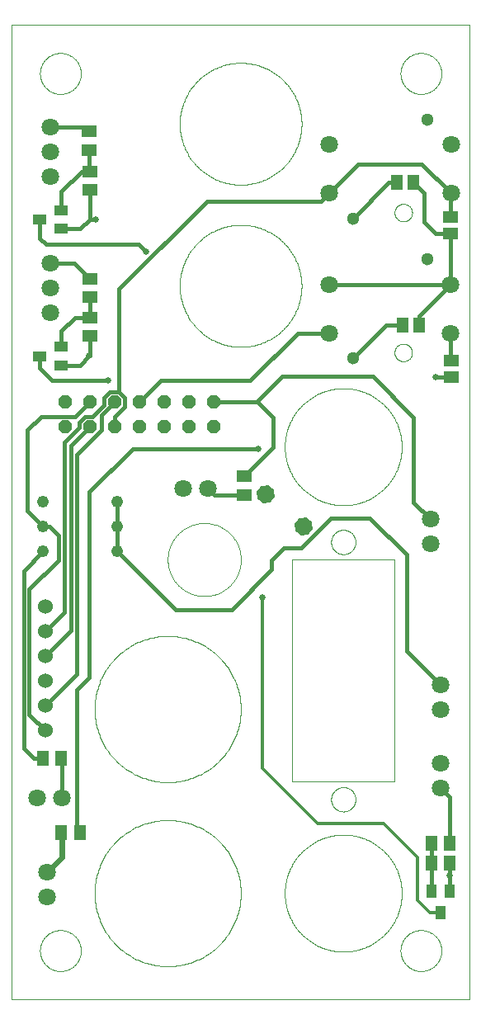
<source format=gbl>
G04 EAGLE Gerber X2 export*
%TF.Part,Single*%
%TF.FileFunction,Other,Bottom layer*%
%TF.FilePolarity,Positive*%
%TF.GenerationSoftware,Autodesk,EAGLE,9.4.0*%
%TF.CreationDate,2019-06-23T01:53:01Z*%
G75*
%MOMM*%
%FSLAX34Y34*%
%LPD*%
%INBottom layer*%
%AMOC8*
5,1,8,0,0,1.08239X$1,22.5*%
G01*
%ADD10C,0.050000*%
%ADD11C,1.524000*%
%ADD12R,1.500000X1.300000*%
%ADD13C,1.800000*%
%ADD14C,1.300000*%
%ADD15C,0.000000*%
%ADD16R,1.400000X1.000000*%
%ADD17R,1.600000X1.300000*%
%ADD18C,1.219200*%
%ADD19P,1.484606X8X202.500000*%
%ADD20R,1.000000X1.400000*%
%ADD21R,1.300000X1.600000*%
%ADD22R,1.300000X1.500000*%
%ADD23P,1.924489X8X162.500000*%
%ADD24C,0.406400*%
%ADD25C,0.654800*%
%ADD26C,0.304800*%
%ADD27C,0.609600*%


D10*
X290769Y223241D02*
X290769Y451241D01*
X395769Y451241D02*
X395769Y223241D01*
X472950Y0D02*
X2950Y0D01*
X472950Y0D02*
X472950Y1000000D01*
X2950Y1000000D01*
X2950Y0D01*
X88069Y297835D02*
X88092Y299676D01*
X88159Y301515D01*
X88272Y303352D01*
X88430Y305186D01*
X88633Y307016D01*
X88881Y308840D01*
X89173Y310657D01*
X89510Y312467D01*
X89891Y314268D01*
X90317Y316059D01*
X90786Y317838D01*
X91298Y319606D01*
X91854Y321361D01*
X92453Y323102D01*
X93095Y324827D01*
X93778Y326536D01*
X94503Y328228D01*
X95270Y329902D01*
X96077Y331556D01*
X96925Y333190D01*
X97812Y334802D01*
X98739Y336393D01*
X99705Y337960D01*
X100709Y339503D01*
X101750Y341021D01*
X102828Y342512D01*
X103943Y343977D01*
X105093Y345414D01*
X106278Y346823D01*
X107498Y348202D01*
X108750Y349551D01*
X110036Y350868D01*
X111353Y352154D01*
X112702Y353406D01*
X114081Y354626D01*
X115490Y355811D01*
X116927Y356961D01*
X118392Y358076D01*
X119883Y359154D01*
X121401Y360195D01*
X122944Y361199D01*
X124511Y362165D01*
X126102Y363092D01*
X127714Y363979D01*
X129348Y364827D01*
X131002Y365634D01*
X132676Y366401D01*
X134368Y367126D01*
X136077Y367809D01*
X137802Y368451D01*
X139543Y369050D01*
X141298Y369606D01*
X143066Y370118D01*
X144845Y370587D01*
X146636Y371013D01*
X148437Y371394D01*
X150247Y371731D01*
X152064Y372023D01*
X153888Y372271D01*
X155718Y372474D01*
X157552Y372632D01*
X159389Y372745D01*
X161228Y372812D01*
X163069Y372835D01*
X164910Y372812D01*
X166749Y372745D01*
X168586Y372632D01*
X170420Y372474D01*
X172250Y372271D01*
X174074Y372023D01*
X175891Y371731D01*
X177701Y371394D01*
X179502Y371013D01*
X181293Y370587D01*
X183072Y370118D01*
X184840Y369606D01*
X186595Y369050D01*
X188336Y368451D01*
X190061Y367809D01*
X191770Y367126D01*
X193462Y366401D01*
X195136Y365634D01*
X196790Y364827D01*
X198424Y363979D01*
X200036Y363092D01*
X201627Y362165D01*
X203194Y361199D01*
X204737Y360195D01*
X206255Y359154D01*
X207746Y358076D01*
X209211Y356961D01*
X210648Y355811D01*
X212057Y354626D01*
X213436Y353406D01*
X214785Y352154D01*
X216102Y350868D01*
X217388Y349551D01*
X218640Y348202D01*
X219860Y346823D01*
X221045Y345414D01*
X222195Y343977D01*
X223310Y342512D01*
X224388Y341021D01*
X225429Y339503D01*
X226433Y337960D01*
X227399Y336393D01*
X228326Y334802D01*
X229213Y333190D01*
X230061Y331556D01*
X230868Y329902D01*
X231635Y328228D01*
X232360Y326536D01*
X233043Y324827D01*
X233685Y323102D01*
X234284Y321361D01*
X234840Y319606D01*
X235352Y317838D01*
X235821Y316059D01*
X236247Y314268D01*
X236628Y312467D01*
X236965Y310657D01*
X237257Y308840D01*
X237505Y307016D01*
X237708Y305186D01*
X237866Y303352D01*
X237979Y301515D01*
X238046Y299676D01*
X238069Y297835D01*
X238046Y295994D01*
X237979Y294155D01*
X237866Y292318D01*
X237708Y290484D01*
X237505Y288654D01*
X237257Y286830D01*
X236965Y285013D01*
X236628Y283203D01*
X236247Y281402D01*
X235821Y279611D01*
X235352Y277832D01*
X234840Y276064D01*
X234284Y274309D01*
X233685Y272568D01*
X233043Y270843D01*
X232360Y269134D01*
X231635Y267442D01*
X230868Y265768D01*
X230061Y264114D01*
X229213Y262480D01*
X228326Y260868D01*
X227399Y259277D01*
X226433Y257710D01*
X225429Y256167D01*
X224388Y254649D01*
X223310Y253158D01*
X222195Y251693D01*
X221045Y250256D01*
X219860Y248847D01*
X218640Y247468D01*
X217388Y246119D01*
X216102Y244802D01*
X214785Y243516D01*
X213436Y242264D01*
X212057Y241044D01*
X210648Y239859D01*
X209211Y238709D01*
X207746Y237594D01*
X206255Y236516D01*
X204737Y235475D01*
X203194Y234471D01*
X201627Y233505D01*
X200036Y232578D01*
X198424Y231691D01*
X196790Y230843D01*
X195136Y230036D01*
X193462Y229269D01*
X191770Y228544D01*
X190061Y227861D01*
X188336Y227219D01*
X186595Y226620D01*
X184840Y226064D01*
X183072Y225552D01*
X181293Y225083D01*
X179502Y224657D01*
X177701Y224276D01*
X175891Y223939D01*
X174074Y223647D01*
X172250Y223399D01*
X170420Y223196D01*
X168586Y223038D01*
X166749Y222925D01*
X164910Y222858D01*
X163069Y222835D01*
X161228Y222858D01*
X159389Y222925D01*
X157552Y223038D01*
X155718Y223196D01*
X153888Y223399D01*
X152064Y223647D01*
X150247Y223939D01*
X148437Y224276D01*
X146636Y224657D01*
X144845Y225083D01*
X143066Y225552D01*
X141298Y226064D01*
X139543Y226620D01*
X137802Y227219D01*
X136077Y227861D01*
X134368Y228544D01*
X132676Y229269D01*
X131002Y230036D01*
X129348Y230843D01*
X127714Y231691D01*
X126102Y232578D01*
X124511Y233505D01*
X122944Y234471D01*
X121401Y235475D01*
X119883Y236516D01*
X118392Y237594D01*
X116927Y238709D01*
X115490Y239859D01*
X114081Y241044D01*
X112702Y242264D01*
X111353Y243516D01*
X110036Y244802D01*
X108750Y246119D01*
X107498Y247468D01*
X106278Y248847D01*
X105093Y250256D01*
X103943Y251693D01*
X102828Y253158D01*
X101750Y254649D01*
X100709Y256167D01*
X99705Y257710D01*
X98739Y259277D01*
X97812Y260868D01*
X96925Y262480D01*
X96077Y264114D01*
X95270Y265768D01*
X94503Y267442D01*
X93778Y269134D01*
X93095Y270843D01*
X92453Y272568D01*
X91854Y274309D01*
X91298Y276064D01*
X90786Y277832D01*
X90317Y279611D01*
X89891Y281402D01*
X89510Y283203D01*
X89173Y285013D01*
X88881Y286830D01*
X88633Y288654D01*
X88430Y290484D01*
X88272Y292318D01*
X88159Y294155D01*
X88092Y295994D01*
X88069Y297835D01*
X330769Y205241D02*
X330773Y205548D01*
X330784Y205854D01*
X330803Y206161D01*
X330829Y206466D01*
X330863Y206771D01*
X330904Y207075D01*
X330953Y207378D01*
X331009Y207680D01*
X331073Y207980D01*
X331144Y208278D01*
X331222Y208575D01*
X331307Y208870D01*
X331400Y209162D01*
X331500Y209452D01*
X331607Y209740D01*
X331721Y210025D01*
X331841Y210307D01*
X331969Y210585D01*
X332104Y210861D01*
X332245Y211133D01*
X332393Y211402D01*
X332547Y211667D01*
X332708Y211928D01*
X332876Y212186D01*
X333049Y212439D01*
X333229Y212687D01*
X333415Y212931D01*
X333606Y213171D01*
X333804Y213406D01*
X334007Y213635D01*
X334216Y213860D01*
X334430Y214080D01*
X334650Y214294D01*
X334875Y214503D01*
X335104Y214706D01*
X335339Y214904D01*
X335579Y215095D01*
X335823Y215281D01*
X336071Y215461D01*
X336324Y215634D01*
X336582Y215802D01*
X336843Y215963D01*
X337108Y216117D01*
X337377Y216265D01*
X337649Y216406D01*
X337925Y216541D01*
X338203Y216669D01*
X338485Y216789D01*
X338770Y216903D01*
X339058Y217010D01*
X339348Y217110D01*
X339640Y217203D01*
X339935Y217288D01*
X340232Y217366D01*
X340530Y217437D01*
X340830Y217501D01*
X341132Y217557D01*
X341435Y217606D01*
X341739Y217647D01*
X342044Y217681D01*
X342349Y217707D01*
X342656Y217726D01*
X342962Y217737D01*
X343269Y217741D01*
X343576Y217737D01*
X343882Y217726D01*
X344189Y217707D01*
X344494Y217681D01*
X344799Y217647D01*
X345103Y217606D01*
X345406Y217557D01*
X345708Y217501D01*
X346008Y217437D01*
X346306Y217366D01*
X346603Y217288D01*
X346898Y217203D01*
X347190Y217110D01*
X347480Y217010D01*
X347768Y216903D01*
X348053Y216789D01*
X348335Y216669D01*
X348613Y216541D01*
X348889Y216406D01*
X349161Y216265D01*
X349430Y216117D01*
X349695Y215963D01*
X349956Y215802D01*
X350214Y215634D01*
X350467Y215461D01*
X350715Y215281D01*
X350959Y215095D01*
X351199Y214904D01*
X351434Y214706D01*
X351663Y214503D01*
X351888Y214294D01*
X352108Y214080D01*
X352322Y213860D01*
X352531Y213635D01*
X352734Y213406D01*
X352932Y213171D01*
X353123Y212931D01*
X353309Y212687D01*
X353489Y212439D01*
X353662Y212186D01*
X353830Y211928D01*
X353991Y211667D01*
X354145Y211402D01*
X354293Y211133D01*
X354434Y210861D01*
X354569Y210585D01*
X354697Y210307D01*
X354817Y210025D01*
X354931Y209740D01*
X355038Y209452D01*
X355138Y209162D01*
X355231Y208870D01*
X355316Y208575D01*
X355394Y208278D01*
X355465Y207980D01*
X355529Y207680D01*
X355585Y207378D01*
X355634Y207075D01*
X355675Y206771D01*
X355709Y206466D01*
X355735Y206161D01*
X355754Y205854D01*
X355765Y205548D01*
X355769Y205241D01*
X355765Y204934D01*
X355754Y204628D01*
X355735Y204321D01*
X355709Y204016D01*
X355675Y203711D01*
X355634Y203407D01*
X355585Y203104D01*
X355529Y202802D01*
X355465Y202502D01*
X355394Y202204D01*
X355316Y201907D01*
X355231Y201612D01*
X355138Y201320D01*
X355038Y201030D01*
X354931Y200742D01*
X354817Y200457D01*
X354697Y200175D01*
X354569Y199897D01*
X354434Y199621D01*
X354293Y199349D01*
X354145Y199080D01*
X353991Y198815D01*
X353830Y198554D01*
X353662Y198296D01*
X353489Y198043D01*
X353309Y197795D01*
X353123Y197551D01*
X352932Y197311D01*
X352734Y197076D01*
X352531Y196847D01*
X352322Y196622D01*
X352108Y196402D01*
X351888Y196188D01*
X351663Y195979D01*
X351434Y195776D01*
X351199Y195578D01*
X350959Y195387D01*
X350715Y195201D01*
X350467Y195021D01*
X350214Y194848D01*
X349956Y194680D01*
X349695Y194519D01*
X349430Y194365D01*
X349161Y194217D01*
X348889Y194076D01*
X348613Y193941D01*
X348335Y193813D01*
X348053Y193693D01*
X347768Y193579D01*
X347480Y193472D01*
X347190Y193372D01*
X346898Y193279D01*
X346603Y193194D01*
X346306Y193116D01*
X346008Y193045D01*
X345708Y192981D01*
X345406Y192925D01*
X345103Y192876D01*
X344799Y192835D01*
X344494Y192801D01*
X344189Y192775D01*
X343882Y192756D01*
X343576Y192745D01*
X343269Y192741D01*
X342962Y192745D01*
X342656Y192756D01*
X342349Y192775D01*
X342044Y192801D01*
X341739Y192835D01*
X341435Y192876D01*
X341132Y192925D01*
X340830Y192981D01*
X340530Y193045D01*
X340232Y193116D01*
X339935Y193194D01*
X339640Y193279D01*
X339348Y193372D01*
X339058Y193472D01*
X338770Y193579D01*
X338485Y193693D01*
X338203Y193813D01*
X337925Y193941D01*
X337649Y194076D01*
X337377Y194217D01*
X337108Y194365D01*
X336843Y194519D01*
X336582Y194680D01*
X336324Y194848D01*
X336071Y195021D01*
X335823Y195201D01*
X335579Y195387D01*
X335339Y195578D01*
X335104Y195776D01*
X334875Y195979D01*
X334650Y196188D01*
X334430Y196402D01*
X334216Y196622D01*
X334007Y196847D01*
X333804Y197076D01*
X333606Y197311D01*
X333415Y197551D01*
X333229Y197795D01*
X333049Y198043D01*
X332876Y198296D01*
X332708Y198554D01*
X332547Y198815D01*
X332393Y199080D01*
X332245Y199349D01*
X332104Y199621D01*
X331969Y199897D01*
X331841Y200175D01*
X331721Y200457D01*
X331607Y200742D01*
X331500Y201030D01*
X331400Y201320D01*
X331307Y201612D01*
X331222Y201907D01*
X331144Y202204D01*
X331073Y202502D01*
X331009Y202802D01*
X330953Y203104D01*
X330904Y203407D01*
X330863Y203711D01*
X330829Y204016D01*
X330803Y204321D01*
X330784Y204628D01*
X330773Y204934D01*
X330769Y205241D01*
X88069Y108941D02*
X88092Y110782D01*
X88159Y112621D01*
X88272Y114458D01*
X88430Y116292D01*
X88633Y118122D01*
X88881Y119946D01*
X89173Y121763D01*
X89510Y123573D01*
X89891Y125374D01*
X90317Y127165D01*
X90786Y128944D01*
X91298Y130712D01*
X91854Y132467D01*
X92453Y134208D01*
X93095Y135933D01*
X93778Y137642D01*
X94503Y139334D01*
X95270Y141008D01*
X96077Y142662D01*
X96925Y144296D01*
X97812Y145908D01*
X98739Y147499D01*
X99705Y149066D01*
X100709Y150609D01*
X101750Y152127D01*
X102828Y153618D01*
X103943Y155083D01*
X105093Y156520D01*
X106278Y157929D01*
X107498Y159308D01*
X108750Y160657D01*
X110036Y161974D01*
X111353Y163260D01*
X112702Y164512D01*
X114081Y165732D01*
X115490Y166917D01*
X116927Y168067D01*
X118392Y169182D01*
X119883Y170260D01*
X121401Y171301D01*
X122944Y172305D01*
X124511Y173271D01*
X126102Y174198D01*
X127714Y175085D01*
X129348Y175933D01*
X131002Y176740D01*
X132676Y177507D01*
X134368Y178232D01*
X136077Y178915D01*
X137802Y179557D01*
X139543Y180156D01*
X141298Y180712D01*
X143066Y181224D01*
X144845Y181693D01*
X146636Y182119D01*
X148437Y182500D01*
X150247Y182837D01*
X152064Y183129D01*
X153888Y183377D01*
X155718Y183580D01*
X157552Y183738D01*
X159389Y183851D01*
X161228Y183918D01*
X163069Y183941D01*
X164910Y183918D01*
X166749Y183851D01*
X168586Y183738D01*
X170420Y183580D01*
X172250Y183377D01*
X174074Y183129D01*
X175891Y182837D01*
X177701Y182500D01*
X179502Y182119D01*
X181293Y181693D01*
X183072Y181224D01*
X184840Y180712D01*
X186595Y180156D01*
X188336Y179557D01*
X190061Y178915D01*
X191770Y178232D01*
X193462Y177507D01*
X195136Y176740D01*
X196790Y175933D01*
X198424Y175085D01*
X200036Y174198D01*
X201627Y173271D01*
X203194Y172305D01*
X204737Y171301D01*
X206255Y170260D01*
X207746Y169182D01*
X209211Y168067D01*
X210648Y166917D01*
X212057Y165732D01*
X213436Y164512D01*
X214785Y163260D01*
X216102Y161974D01*
X217388Y160657D01*
X218640Y159308D01*
X219860Y157929D01*
X221045Y156520D01*
X222195Y155083D01*
X223310Y153618D01*
X224388Y152127D01*
X225429Y150609D01*
X226433Y149066D01*
X227399Y147499D01*
X228326Y145908D01*
X229213Y144296D01*
X230061Y142662D01*
X230868Y141008D01*
X231635Y139334D01*
X232360Y137642D01*
X233043Y135933D01*
X233685Y134208D01*
X234284Y132467D01*
X234840Y130712D01*
X235352Y128944D01*
X235821Y127165D01*
X236247Y125374D01*
X236628Y123573D01*
X236965Y121763D01*
X237257Y119946D01*
X237505Y118122D01*
X237708Y116292D01*
X237866Y114458D01*
X237979Y112621D01*
X238046Y110782D01*
X238069Y108941D01*
X238046Y107100D01*
X237979Y105261D01*
X237866Y103424D01*
X237708Y101590D01*
X237505Y99760D01*
X237257Y97936D01*
X236965Y96119D01*
X236628Y94309D01*
X236247Y92508D01*
X235821Y90717D01*
X235352Y88938D01*
X234840Y87170D01*
X234284Y85415D01*
X233685Y83674D01*
X233043Y81949D01*
X232360Y80240D01*
X231635Y78548D01*
X230868Y76874D01*
X230061Y75220D01*
X229213Y73586D01*
X228326Y71974D01*
X227399Y70383D01*
X226433Y68816D01*
X225429Y67273D01*
X224388Y65755D01*
X223310Y64264D01*
X222195Y62799D01*
X221045Y61362D01*
X219860Y59953D01*
X218640Y58574D01*
X217388Y57225D01*
X216102Y55908D01*
X214785Y54622D01*
X213436Y53370D01*
X212057Y52150D01*
X210648Y50965D01*
X209211Y49815D01*
X207746Y48700D01*
X206255Y47622D01*
X204737Y46581D01*
X203194Y45577D01*
X201627Y44611D01*
X200036Y43684D01*
X198424Y42797D01*
X196790Y41949D01*
X195136Y41142D01*
X193462Y40375D01*
X191770Y39650D01*
X190061Y38967D01*
X188336Y38325D01*
X186595Y37726D01*
X184840Y37170D01*
X183072Y36658D01*
X181293Y36189D01*
X179502Y35763D01*
X177701Y35382D01*
X175891Y35045D01*
X174074Y34753D01*
X172250Y34505D01*
X170420Y34302D01*
X168586Y34144D01*
X166749Y34031D01*
X164910Y33964D01*
X163069Y33941D01*
X161228Y33964D01*
X159389Y34031D01*
X157552Y34144D01*
X155718Y34302D01*
X153888Y34505D01*
X152064Y34753D01*
X150247Y35045D01*
X148437Y35382D01*
X146636Y35763D01*
X144845Y36189D01*
X143066Y36658D01*
X141298Y37170D01*
X139543Y37726D01*
X137802Y38325D01*
X136077Y38967D01*
X134368Y39650D01*
X132676Y40375D01*
X131002Y41142D01*
X129348Y41949D01*
X127714Y42797D01*
X126102Y43684D01*
X124511Y44611D01*
X122944Y45577D01*
X121401Y46581D01*
X119883Y47622D01*
X118392Y48700D01*
X116927Y49815D01*
X115490Y50965D01*
X114081Y52150D01*
X112702Y53370D01*
X111353Y54622D01*
X110036Y55908D01*
X108750Y57225D01*
X107498Y58574D01*
X106278Y59953D01*
X105093Y61362D01*
X103943Y62799D01*
X102828Y64264D01*
X101750Y65755D01*
X100709Y67273D01*
X99705Y68816D01*
X98739Y70383D01*
X97812Y71974D01*
X96925Y73586D01*
X96077Y75220D01*
X95270Y76874D01*
X94503Y78548D01*
X93778Y80240D01*
X93095Y81949D01*
X92453Y83674D01*
X91854Y85415D01*
X91298Y87170D01*
X90786Y88938D01*
X90317Y90717D01*
X89891Y92508D01*
X89510Y94309D01*
X89173Y96119D01*
X88881Y97936D01*
X88633Y99760D01*
X88430Y101590D01*
X88272Y103424D01*
X88159Y105261D01*
X88092Y107100D01*
X88069Y108941D01*
X401950Y50000D02*
X401956Y50515D01*
X401975Y51030D01*
X402007Y51545D01*
X402051Y52058D01*
X402108Y52571D01*
X402177Y53081D01*
X402259Y53590D01*
X402354Y54097D01*
X402460Y54601D01*
X402579Y55103D01*
X402711Y55601D01*
X402854Y56096D01*
X403010Y56587D01*
X403178Y57075D01*
X403357Y57558D01*
X403549Y58036D01*
X403752Y58510D01*
X403966Y58979D01*
X404192Y59442D01*
X404430Y59899D01*
X404678Y60351D01*
X404938Y60796D01*
X405208Y61235D01*
X405489Y61667D01*
X405781Y62092D01*
X406083Y62510D01*
X406395Y62920D01*
X406717Y63322D01*
X407049Y63717D01*
X407390Y64103D01*
X407741Y64480D01*
X408101Y64849D01*
X408470Y65209D01*
X408847Y65560D01*
X409233Y65901D01*
X409628Y66233D01*
X410030Y66555D01*
X410440Y66867D01*
X410858Y67169D01*
X411283Y67461D01*
X411715Y67742D01*
X412154Y68012D01*
X412599Y68272D01*
X413051Y68520D01*
X413508Y68758D01*
X413971Y68984D01*
X414440Y69198D01*
X414914Y69401D01*
X415392Y69593D01*
X415875Y69772D01*
X416363Y69940D01*
X416854Y70096D01*
X417349Y70239D01*
X417847Y70371D01*
X418349Y70490D01*
X418853Y70596D01*
X419360Y70691D01*
X419869Y70773D01*
X420379Y70842D01*
X420892Y70899D01*
X421405Y70943D01*
X421920Y70975D01*
X422435Y70994D01*
X422950Y71000D01*
X423465Y70994D01*
X423980Y70975D01*
X424495Y70943D01*
X425008Y70899D01*
X425521Y70842D01*
X426031Y70773D01*
X426540Y70691D01*
X427047Y70596D01*
X427551Y70490D01*
X428053Y70371D01*
X428551Y70239D01*
X429046Y70096D01*
X429537Y69940D01*
X430025Y69772D01*
X430508Y69593D01*
X430986Y69401D01*
X431460Y69198D01*
X431929Y68984D01*
X432392Y68758D01*
X432849Y68520D01*
X433301Y68272D01*
X433746Y68012D01*
X434185Y67742D01*
X434617Y67461D01*
X435042Y67169D01*
X435460Y66867D01*
X435870Y66555D01*
X436272Y66233D01*
X436667Y65901D01*
X437053Y65560D01*
X437430Y65209D01*
X437799Y64849D01*
X438159Y64480D01*
X438510Y64103D01*
X438851Y63717D01*
X439183Y63322D01*
X439505Y62920D01*
X439817Y62510D01*
X440119Y62092D01*
X440411Y61667D01*
X440692Y61235D01*
X440962Y60796D01*
X441222Y60351D01*
X441470Y59899D01*
X441708Y59442D01*
X441934Y58979D01*
X442148Y58510D01*
X442351Y58036D01*
X442543Y57558D01*
X442722Y57075D01*
X442890Y56587D01*
X443046Y56096D01*
X443189Y55601D01*
X443321Y55103D01*
X443440Y54601D01*
X443546Y54097D01*
X443641Y53590D01*
X443723Y53081D01*
X443792Y52571D01*
X443849Y52058D01*
X443893Y51545D01*
X443925Y51030D01*
X443944Y50515D01*
X443950Y50000D01*
X443944Y49485D01*
X443925Y48970D01*
X443893Y48455D01*
X443849Y47942D01*
X443792Y47429D01*
X443723Y46919D01*
X443641Y46410D01*
X443546Y45903D01*
X443440Y45399D01*
X443321Y44897D01*
X443189Y44399D01*
X443046Y43904D01*
X442890Y43413D01*
X442722Y42925D01*
X442543Y42442D01*
X442351Y41964D01*
X442148Y41490D01*
X441934Y41021D01*
X441708Y40558D01*
X441470Y40101D01*
X441222Y39649D01*
X440962Y39204D01*
X440692Y38765D01*
X440411Y38333D01*
X440119Y37908D01*
X439817Y37490D01*
X439505Y37080D01*
X439183Y36678D01*
X438851Y36283D01*
X438510Y35897D01*
X438159Y35520D01*
X437799Y35151D01*
X437430Y34791D01*
X437053Y34440D01*
X436667Y34099D01*
X436272Y33767D01*
X435870Y33445D01*
X435460Y33133D01*
X435042Y32831D01*
X434617Y32539D01*
X434185Y32258D01*
X433746Y31988D01*
X433301Y31728D01*
X432849Y31480D01*
X432392Y31242D01*
X431929Y31016D01*
X431460Y30802D01*
X430986Y30599D01*
X430508Y30407D01*
X430025Y30228D01*
X429537Y30060D01*
X429046Y29904D01*
X428551Y29761D01*
X428053Y29629D01*
X427551Y29510D01*
X427047Y29404D01*
X426540Y29309D01*
X426031Y29227D01*
X425521Y29158D01*
X425008Y29101D01*
X424495Y29057D01*
X423980Y29025D01*
X423465Y29006D01*
X422950Y29000D01*
X422435Y29006D01*
X421920Y29025D01*
X421405Y29057D01*
X420892Y29101D01*
X420379Y29158D01*
X419869Y29227D01*
X419360Y29309D01*
X418853Y29404D01*
X418349Y29510D01*
X417847Y29629D01*
X417349Y29761D01*
X416854Y29904D01*
X416363Y30060D01*
X415875Y30228D01*
X415392Y30407D01*
X414914Y30599D01*
X414440Y30802D01*
X413971Y31016D01*
X413508Y31242D01*
X413051Y31480D01*
X412599Y31728D01*
X412154Y31988D01*
X411715Y32258D01*
X411283Y32539D01*
X410858Y32831D01*
X410440Y33133D01*
X410030Y33445D01*
X409628Y33767D01*
X409233Y34099D01*
X408847Y34440D01*
X408470Y34791D01*
X408101Y35151D01*
X407741Y35520D01*
X407390Y35897D01*
X407049Y36283D01*
X406717Y36678D01*
X406395Y37080D01*
X406083Y37490D01*
X405781Y37908D01*
X405489Y38333D01*
X405208Y38765D01*
X404938Y39204D01*
X404678Y39649D01*
X404430Y40101D01*
X404192Y40558D01*
X403966Y41021D01*
X403752Y41490D01*
X403549Y41964D01*
X403357Y42442D01*
X403178Y42925D01*
X403010Y43413D01*
X402854Y43904D01*
X402711Y44399D01*
X402579Y44897D01*
X402460Y45399D01*
X402354Y45903D01*
X402259Y46410D01*
X402177Y46919D01*
X402108Y47429D01*
X402051Y47942D01*
X402007Y48455D01*
X401975Y48970D01*
X401956Y49485D01*
X401950Y50000D01*
X283269Y108941D02*
X283287Y110413D01*
X283341Y111885D01*
X283432Y113355D01*
X283558Y114822D01*
X283720Y116286D01*
X283918Y117745D01*
X284152Y119199D01*
X284422Y120646D01*
X284727Y122087D01*
X285067Y123520D01*
X285442Y124944D01*
X285853Y126358D01*
X286297Y127762D01*
X286776Y129154D01*
X287289Y130535D01*
X287836Y131902D01*
X288416Y133255D01*
X289030Y134594D01*
X289676Y135918D01*
X290354Y137225D01*
X291064Y138515D01*
X291805Y139787D01*
X292578Y141041D01*
X293381Y142275D01*
X294214Y143489D01*
X295077Y144683D01*
X295968Y145855D01*
X296888Y147005D01*
X297836Y148131D01*
X298812Y149235D01*
X299814Y150313D01*
X300843Y151367D01*
X301897Y152396D01*
X302975Y153398D01*
X304079Y154374D01*
X305205Y155322D01*
X306355Y156242D01*
X307527Y157133D01*
X308721Y157996D01*
X309935Y158829D01*
X311169Y159632D01*
X312423Y160405D01*
X313695Y161146D01*
X314985Y161856D01*
X316292Y162534D01*
X317616Y163180D01*
X318955Y163794D01*
X320308Y164374D01*
X321675Y164921D01*
X323056Y165434D01*
X324448Y165913D01*
X325852Y166357D01*
X327266Y166768D01*
X328690Y167143D01*
X330123Y167483D01*
X331564Y167788D01*
X333011Y168058D01*
X334465Y168292D01*
X335924Y168490D01*
X337388Y168652D01*
X338855Y168778D01*
X340325Y168869D01*
X341797Y168923D01*
X343269Y168941D01*
X344741Y168923D01*
X346213Y168869D01*
X347683Y168778D01*
X349150Y168652D01*
X350614Y168490D01*
X352073Y168292D01*
X353527Y168058D01*
X354974Y167788D01*
X356415Y167483D01*
X357848Y167143D01*
X359272Y166768D01*
X360686Y166357D01*
X362090Y165913D01*
X363482Y165434D01*
X364863Y164921D01*
X366230Y164374D01*
X367583Y163794D01*
X368922Y163180D01*
X370246Y162534D01*
X371553Y161856D01*
X372843Y161146D01*
X374115Y160405D01*
X375369Y159632D01*
X376603Y158829D01*
X377817Y157996D01*
X379011Y157133D01*
X380183Y156242D01*
X381333Y155322D01*
X382459Y154374D01*
X383563Y153398D01*
X384641Y152396D01*
X385695Y151367D01*
X386724Y150313D01*
X387726Y149235D01*
X388702Y148131D01*
X389650Y147005D01*
X390570Y145855D01*
X391461Y144683D01*
X392324Y143489D01*
X393157Y142275D01*
X393960Y141041D01*
X394733Y139787D01*
X395474Y138515D01*
X396184Y137225D01*
X396862Y135918D01*
X397508Y134594D01*
X398122Y133255D01*
X398702Y131902D01*
X399249Y130535D01*
X399762Y129154D01*
X400241Y127762D01*
X400685Y126358D01*
X401096Y124944D01*
X401471Y123520D01*
X401811Y122087D01*
X402116Y120646D01*
X402386Y119199D01*
X402620Y117745D01*
X402818Y116286D01*
X402980Y114822D01*
X403106Y113355D01*
X403197Y111885D01*
X403251Y110413D01*
X403269Y108941D01*
X403251Y107469D01*
X403197Y105997D01*
X403106Y104527D01*
X402980Y103060D01*
X402818Y101596D01*
X402620Y100137D01*
X402386Y98683D01*
X402116Y97236D01*
X401811Y95795D01*
X401471Y94362D01*
X401096Y92938D01*
X400685Y91524D01*
X400241Y90120D01*
X399762Y88728D01*
X399249Y87347D01*
X398702Y85980D01*
X398122Y84627D01*
X397508Y83288D01*
X396862Y81964D01*
X396184Y80657D01*
X395474Y79367D01*
X394733Y78095D01*
X393960Y76841D01*
X393157Y75607D01*
X392324Y74393D01*
X391461Y73199D01*
X390570Y72027D01*
X389650Y70877D01*
X388702Y69751D01*
X387726Y68647D01*
X386724Y67569D01*
X385695Y66515D01*
X384641Y65486D01*
X383563Y64484D01*
X382459Y63508D01*
X381333Y62560D01*
X380183Y61640D01*
X379011Y60749D01*
X377817Y59886D01*
X376603Y59053D01*
X375369Y58250D01*
X374115Y57477D01*
X372843Y56736D01*
X371553Y56026D01*
X370246Y55348D01*
X368922Y54702D01*
X367583Y54088D01*
X366230Y53508D01*
X364863Y52961D01*
X363482Y52448D01*
X362090Y51969D01*
X360686Y51525D01*
X359272Y51114D01*
X357848Y50739D01*
X356415Y50399D01*
X354974Y50094D01*
X353527Y49824D01*
X352073Y49590D01*
X350614Y49392D01*
X349150Y49230D01*
X347683Y49104D01*
X346213Y49013D01*
X344741Y48959D01*
X343269Y48941D01*
X341797Y48959D01*
X340325Y49013D01*
X338855Y49104D01*
X337388Y49230D01*
X335924Y49392D01*
X334465Y49590D01*
X333011Y49824D01*
X331564Y50094D01*
X330123Y50399D01*
X328690Y50739D01*
X327266Y51114D01*
X325852Y51525D01*
X324448Y51969D01*
X323056Y52448D01*
X321675Y52961D01*
X320308Y53508D01*
X318955Y54088D01*
X317616Y54702D01*
X316292Y55348D01*
X314985Y56026D01*
X313695Y56736D01*
X312423Y57477D01*
X311169Y58250D01*
X309935Y59053D01*
X308721Y59886D01*
X307527Y60749D01*
X306355Y61640D01*
X305205Y62560D01*
X304079Y63508D01*
X302975Y64484D01*
X301897Y65486D01*
X300843Y66515D01*
X299814Y67569D01*
X298812Y68647D01*
X297836Y69751D01*
X296888Y70877D01*
X295968Y72027D01*
X295077Y73199D01*
X294214Y74393D01*
X293381Y75607D01*
X292578Y76841D01*
X291805Y78095D01*
X291064Y79367D01*
X290354Y80657D01*
X289676Y81964D01*
X289030Y83288D01*
X288416Y84627D01*
X287836Y85980D01*
X287289Y87347D01*
X286776Y88728D01*
X286297Y90120D01*
X285853Y91524D01*
X285442Y92938D01*
X285067Y94362D01*
X284727Y95795D01*
X284422Y97236D01*
X284152Y98683D01*
X283918Y100137D01*
X283720Y101596D01*
X283558Y103060D01*
X283432Y104527D01*
X283341Y105997D01*
X283287Y107469D01*
X283269Y108941D01*
X31950Y50000D02*
X31956Y50515D01*
X31975Y51030D01*
X32007Y51545D01*
X32051Y52058D01*
X32108Y52571D01*
X32177Y53081D01*
X32259Y53590D01*
X32354Y54097D01*
X32460Y54601D01*
X32579Y55103D01*
X32711Y55601D01*
X32854Y56096D01*
X33010Y56587D01*
X33178Y57075D01*
X33357Y57558D01*
X33549Y58036D01*
X33752Y58510D01*
X33966Y58979D01*
X34192Y59442D01*
X34430Y59899D01*
X34678Y60351D01*
X34938Y60796D01*
X35208Y61235D01*
X35489Y61667D01*
X35781Y62092D01*
X36083Y62510D01*
X36395Y62920D01*
X36717Y63322D01*
X37049Y63717D01*
X37390Y64103D01*
X37741Y64480D01*
X38101Y64849D01*
X38470Y65209D01*
X38847Y65560D01*
X39233Y65901D01*
X39628Y66233D01*
X40030Y66555D01*
X40440Y66867D01*
X40858Y67169D01*
X41283Y67461D01*
X41715Y67742D01*
X42154Y68012D01*
X42599Y68272D01*
X43051Y68520D01*
X43508Y68758D01*
X43971Y68984D01*
X44440Y69198D01*
X44914Y69401D01*
X45392Y69593D01*
X45875Y69772D01*
X46363Y69940D01*
X46854Y70096D01*
X47349Y70239D01*
X47847Y70371D01*
X48349Y70490D01*
X48853Y70596D01*
X49360Y70691D01*
X49869Y70773D01*
X50379Y70842D01*
X50892Y70899D01*
X51405Y70943D01*
X51920Y70975D01*
X52435Y70994D01*
X52950Y71000D01*
X53465Y70994D01*
X53980Y70975D01*
X54495Y70943D01*
X55008Y70899D01*
X55521Y70842D01*
X56031Y70773D01*
X56540Y70691D01*
X57047Y70596D01*
X57551Y70490D01*
X58053Y70371D01*
X58551Y70239D01*
X59046Y70096D01*
X59537Y69940D01*
X60025Y69772D01*
X60508Y69593D01*
X60986Y69401D01*
X61460Y69198D01*
X61929Y68984D01*
X62392Y68758D01*
X62849Y68520D01*
X63301Y68272D01*
X63746Y68012D01*
X64185Y67742D01*
X64617Y67461D01*
X65042Y67169D01*
X65460Y66867D01*
X65870Y66555D01*
X66272Y66233D01*
X66667Y65901D01*
X67053Y65560D01*
X67430Y65209D01*
X67799Y64849D01*
X68159Y64480D01*
X68510Y64103D01*
X68851Y63717D01*
X69183Y63322D01*
X69505Y62920D01*
X69817Y62510D01*
X70119Y62092D01*
X70411Y61667D01*
X70692Y61235D01*
X70962Y60796D01*
X71222Y60351D01*
X71470Y59899D01*
X71708Y59442D01*
X71934Y58979D01*
X72148Y58510D01*
X72351Y58036D01*
X72543Y57558D01*
X72722Y57075D01*
X72890Y56587D01*
X73046Y56096D01*
X73189Y55601D01*
X73321Y55103D01*
X73440Y54601D01*
X73546Y54097D01*
X73641Y53590D01*
X73723Y53081D01*
X73792Y52571D01*
X73849Y52058D01*
X73893Y51545D01*
X73925Y51030D01*
X73944Y50515D01*
X73950Y50000D01*
X73944Y49485D01*
X73925Y48970D01*
X73893Y48455D01*
X73849Y47942D01*
X73792Y47429D01*
X73723Y46919D01*
X73641Y46410D01*
X73546Y45903D01*
X73440Y45399D01*
X73321Y44897D01*
X73189Y44399D01*
X73046Y43904D01*
X72890Y43413D01*
X72722Y42925D01*
X72543Y42442D01*
X72351Y41964D01*
X72148Y41490D01*
X71934Y41021D01*
X71708Y40558D01*
X71470Y40101D01*
X71222Y39649D01*
X70962Y39204D01*
X70692Y38765D01*
X70411Y38333D01*
X70119Y37908D01*
X69817Y37490D01*
X69505Y37080D01*
X69183Y36678D01*
X68851Y36283D01*
X68510Y35897D01*
X68159Y35520D01*
X67799Y35151D01*
X67430Y34791D01*
X67053Y34440D01*
X66667Y34099D01*
X66272Y33767D01*
X65870Y33445D01*
X65460Y33133D01*
X65042Y32831D01*
X64617Y32539D01*
X64185Y32258D01*
X63746Y31988D01*
X63301Y31728D01*
X62849Y31480D01*
X62392Y31242D01*
X61929Y31016D01*
X61460Y30802D01*
X60986Y30599D01*
X60508Y30407D01*
X60025Y30228D01*
X59537Y30060D01*
X59046Y29904D01*
X58551Y29761D01*
X58053Y29629D01*
X57551Y29510D01*
X57047Y29404D01*
X56540Y29309D01*
X56031Y29227D01*
X55521Y29158D01*
X55008Y29101D01*
X54495Y29057D01*
X53980Y29025D01*
X53465Y29006D01*
X52950Y29000D01*
X52435Y29006D01*
X51920Y29025D01*
X51405Y29057D01*
X50892Y29101D01*
X50379Y29158D01*
X49869Y29227D01*
X49360Y29309D01*
X48853Y29404D01*
X48349Y29510D01*
X47847Y29629D01*
X47349Y29761D01*
X46854Y29904D01*
X46363Y30060D01*
X45875Y30228D01*
X45392Y30407D01*
X44914Y30599D01*
X44440Y30802D01*
X43971Y31016D01*
X43508Y31242D01*
X43051Y31480D01*
X42599Y31728D01*
X42154Y31988D01*
X41715Y32258D01*
X41283Y32539D01*
X40858Y32831D01*
X40440Y33133D01*
X40030Y33445D01*
X39628Y33767D01*
X39233Y34099D01*
X38847Y34440D01*
X38470Y34791D01*
X38101Y35151D01*
X37741Y35520D01*
X37390Y35897D01*
X37049Y36283D01*
X36717Y36678D01*
X36395Y37080D01*
X36083Y37490D01*
X35781Y37908D01*
X35489Y38333D01*
X35208Y38765D01*
X34938Y39204D01*
X34678Y39649D01*
X34430Y40101D01*
X34192Y40558D01*
X33966Y41021D01*
X33752Y41490D01*
X33549Y41964D01*
X33357Y42442D01*
X33178Y42925D01*
X33010Y43413D01*
X32854Y43904D01*
X32711Y44399D01*
X32579Y44897D01*
X32460Y45399D01*
X32354Y45903D01*
X32259Y46410D01*
X32177Y46919D01*
X32108Y47429D01*
X32051Y47942D01*
X32007Y48455D01*
X31975Y48970D01*
X31956Y49485D01*
X31950Y50000D01*
X175450Y732064D02*
X175469Y733598D01*
X175525Y735131D01*
X175619Y736662D01*
X175751Y738190D01*
X175920Y739715D01*
X176126Y741235D01*
X176370Y742749D01*
X176651Y744257D01*
X176969Y745758D01*
X177323Y747250D01*
X177714Y748734D01*
X178141Y750207D01*
X178604Y751669D01*
X179103Y753120D01*
X179638Y754557D01*
X180208Y755982D01*
X180812Y757392D01*
X181451Y758786D01*
X182123Y760165D01*
X182830Y761526D01*
X183570Y762870D01*
X184342Y764195D01*
X185147Y765501D01*
X185983Y766787D01*
X186851Y768052D01*
X187750Y769295D01*
X188678Y770516D01*
X189637Y771714D01*
X190624Y772887D01*
X191641Y774036D01*
X192685Y775160D01*
X193756Y776258D01*
X194854Y777329D01*
X195978Y778373D01*
X197127Y779390D01*
X198300Y780377D01*
X199498Y781336D01*
X200719Y782264D01*
X201962Y783163D01*
X203227Y784031D01*
X204513Y784867D01*
X205819Y785672D01*
X207144Y786444D01*
X208488Y787184D01*
X209849Y787891D01*
X211228Y788563D01*
X212622Y789202D01*
X214032Y789806D01*
X215457Y790376D01*
X216894Y790911D01*
X218345Y791410D01*
X219807Y791873D01*
X221280Y792300D01*
X222764Y792691D01*
X224256Y793045D01*
X225757Y793363D01*
X227265Y793644D01*
X228779Y793888D01*
X230299Y794094D01*
X231824Y794263D01*
X233352Y794395D01*
X234883Y794489D01*
X236416Y794545D01*
X237950Y794564D01*
X239484Y794545D01*
X241017Y794489D01*
X242548Y794395D01*
X244076Y794263D01*
X245601Y794094D01*
X247121Y793888D01*
X248635Y793644D01*
X250143Y793363D01*
X251644Y793045D01*
X253136Y792691D01*
X254620Y792300D01*
X256093Y791873D01*
X257555Y791410D01*
X259006Y790911D01*
X260443Y790376D01*
X261868Y789806D01*
X263278Y789202D01*
X264672Y788563D01*
X266051Y787891D01*
X267412Y787184D01*
X268756Y786444D01*
X270081Y785672D01*
X271387Y784867D01*
X272673Y784031D01*
X273938Y783163D01*
X275181Y782264D01*
X276402Y781336D01*
X277600Y780377D01*
X278773Y779390D01*
X279922Y778373D01*
X281046Y777329D01*
X282144Y776258D01*
X283215Y775160D01*
X284259Y774036D01*
X285276Y772887D01*
X286263Y771714D01*
X287222Y770516D01*
X288150Y769295D01*
X289049Y768052D01*
X289917Y766787D01*
X290753Y765501D01*
X291558Y764195D01*
X292330Y762870D01*
X293070Y761526D01*
X293777Y760165D01*
X294449Y758786D01*
X295088Y757392D01*
X295692Y755982D01*
X296262Y754557D01*
X296797Y753120D01*
X297296Y751669D01*
X297759Y750207D01*
X298186Y748734D01*
X298577Y747250D01*
X298931Y745758D01*
X299249Y744257D01*
X299530Y742749D01*
X299774Y741235D01*
X299980Y739715D01*
X300149Y738190D01*
X300281Y736662D01*
X300375Y735131D01*
X300431Y733598D01*
X300450Y732064D01*
X300431Y730530D01*
X300375Y728997D01*
X300281Y727466D01*
X300149Y725938D01*
X299980Y724413D01*
X299774Y722893D01*
X299530Y721379D01*
X299249Y719871D01*
X298931Y718370D01*
X298577Y716878D01*
X298186Y715394D01*
X297759Y713921D01*
X297296Y712459D01*
X296797Y711008D01*
X296262Y709571D01*
X295692Y708146D01*
X295088Y706736D01*
X294449Y705342D01*
X293777Y703963D01*
X293070Y702602D01*
X292330Y701258D01*
X291558Y699933D01*
X290753Y698627D01*
X289917Y697341D01*
X289049Y696076D01*
X288150Y694833D01*
X287222Y693612D01*
X286263Y692414D01*
X285276Y691241D01*
X284259Y690092D01*
X283215Y688968D01*
X282144Y687870D01*
X281046Y686799D01*
X279922Y685755D01*
X278773Y684738D01*
X277600Y683751D01*
X276402Y682792D01*
X275181Y681864D01*
X273938Y680965D01*
X272673Y680097D01*
X271387Y679261D01*
X270081Y678456D01*
X268756Y677684D01*
X267412Y676944D01*
X266051Y676237D01*
X264672Y675565D01*
X263278Y674926D01*
X261868Y674322D01*
X260443Y673752D01*
X259006Y673217D01*
X257555Y672718D01*
X256093Y672255D01*
X254620Y671828D01*
X253136Y671437D01*
X251644Y671083D01*
X250143Y670765D01*
X248635Y670484D01*
X247121Y670240D01*
X245601Y670034D01*
X244076Y669865D01*
X242548Y669733D01*
X241017Y669639D01*
X239484Y669583D01*
X237950Y669564D01*
X236416Y669583D01*
X234883Y669639D01*
X233352Y669733D01*
X231824Y669865D01*
X230299Y670034D01*
X228779Y670240D01*
X227265Y670484D01*
X225757Y670765D01*
X224256Y671083D01*
X222764Y671437D01*
X221280Y671828D01*
X219807Y672255D01*
X218345Y672718D01*
X216894Y673217D01*
X215457Y673752D01*
X214032Y674322D01*
X212622Y674926D01*
X211228Y675565D01*
X209849Y676237D01*
X208488Y676944D01*
X207144Y677684D01*
X205819Y678456D01*
X204513Y679261D01*
X203227Y680097D01*
X201962Y680965D01*
X200719Y681864D01*
X199498Y682792D01*
X198300Y683751D01*
X197127Y684738D01*
X195978Y685755D01*
X194854Y686799D01*
X193756Y687870D01*
X192685Y688968D01*
X191641Y690092D01*
X190624Y691241D01*
X189637Y692414D01*
X188678Y693612D01*
X187750Y694833D01*
X186851Y696076D01*
X185983Y697341D01*
X185147Y698627D01*
X184342Y699933D01*
X183570Y701258D01*
X182830Y702602D01*
X182123Y703963D01*
X181451Y705342D01*
X180812Y706736D01*
X180208Y708146D01*
X179638Y709571D01*
X179103Y711008D01*
X178604Y712459D01*
X178141Y713921D01*
X177714Y715394D01*
X177323Y716878D01*
X176969Y718370D01*
X176651Y719871D01*
X176370Y721379D01*
X176126Y722893D01*
X175920Y724413D01*
X175751Y725938D01*
X175619Y727466D01*
X175525Y728997D01*
X175469Y730530D01*
X175450Y732064D01*
X175450Y898369D02*
X175469Y899903D01*
X175525Y901436D01*
X175619Y902967D01*
X175751Y904495D01*
X175920Y906020D01*
X176126Y907540D01*
X176370Y909054D01*
X176651Y910562D01*
X176969Y912063D01*
X177323Y913555D01*
X177714Y915039D01*
X178141Y916512D01*
X178604Y917974D01*
X179103Y919425D01*
X179638Y920862D01*
X180208Y922287D01*
X180812Y923697D01*
X181451Y925091D01*
X182123Y926470D01*
X182830Y927831D01*
X183570Y929175D01*
X184342Y930500D01*
X185147Y931806D01*
X185983Y933092D01*
X186851Y934357D01*
X187750Y935600D01*
X188678Y936821D01*
X189637Y938019D01*
X190624Y939192D01*
X191641Y940341D01*
X192685Y941465D01*
X193756Y942563D01*
X194854Y943634D01*
X195978Y944678D01*
X197127Y945695D01*
X198300Y946682D01*
X199498Y947641D01*
X200719Y948569D01*
X201962Y949468D01*
X203227Y950336D01*
X204513Y951172D01*
X205819Y951977D01*
X207144Y952749D01*
X208488Y953489D01*
X209849Y954196D01*
X211228Y954868D01*
X212622Y955507D01*
X214032Y956111D01*
X215457Y956681D01*
X216894Y957216D01*
X218345Y957715D01*
X219807Y958178D01*
X221280Y958605D01*
X222764Y958996D01*
X224256Y959350D01*
X225757Y959668D01*
X227265Y959949D01*
X228779Y960193D01*
X230299Y960399D01*
X231824Y960568D01*
X233352Y960700D01*
X234883Y960794D01*
X236416Y960850D01*
X237950Y960869D01*
X239484Y960850D01*
X241017Y960794D01*
X242548Y960700D01*
X244076Y960568D01*
X245601Y960399D01*
X247121Y960193D01*
X248635Y959949D01*
X250143Y959668D01*
X251644Y959350D01*
X253136Y958996D01*
X254620Y958605D01*
X256093Y958178D01*
X257555Y957715D01*
X259006Y957216D01*
X260443Y956681D01*
X261868Y956111D01*
X263278Y955507D01*
X264672Y954868D01*
X266051Y954196D01*
X267412Y953489D01*
X268756Y952749D01*
X270081Y951977D01*
X271387Y951172D01*
X272673Y950336D01*
X273938Y949468D01*
X275181Y948569D01*
X276402Y947641D01*
X277600Y946682D01*
X278773Y945695D01*
X279922Y944678D01*
X281046Y943634D01*
X282144Y942563D01*
X283215Y941465D01*
X284259Y940341D01*
X285276Y939192D01*
X286263Y938019D01*
X287222Y936821D01*
X288150Y935600D01*
X289049Y934357D01*
X289917Y933092D01*
X290753Y931806D01*
X291558Y930500D01*
X292330Y929175D01*
X293070Y927831D01*
X293777Y926470D01*
X294449Y925091D01*
X295088Y923697D01*
X295692Y922287D01*
X296262Y920862D01*
X296797Y919425D01*
X297296Y917974D01*
X297759Y916512D01*
X298186Y915039D01*
X298577Y913555D01*
X298931Y912063D01*
X299249Y910562D01*
X299530Y909054D01*
X299774Y907540D01*
X299980Y906020D01*
X300149Y904495D01*
X300281Y902967D01*
X300375Y901436D01*
X300431Y899903D01*
X300450Y898369D01*
X300431Y896835D01*
X300375Y895302D01*
X300281Y893771D01*
X300149Y892243D01*
X299980Y890718D01*
X299774Y889198D01*
X299530Y887684D01*
X299249Y886176D01*
X298931Y884675D01*
X298577Y883183D01*
X298186Y881699D01*
X297759Y880226D01*
X297296Y878764D01*
X296797Y877313D01*
X296262Y875876D01*
X295692Y874451D01*
X295088Y873041D01*
X294449Y871647D01*
X293777Y870268D01*
X293070Y868907D01*
X292330Y867563D01*
X291558Y866238D01*
X290753Y864932D01*
X289917Y863646D01*
X289049Y862381D01*
X288150Y861138D01*
X287222Y859917D01*
X286263Y858719D01*
X285276Y857546D01*
X284259Y856397D01*
X283215Y855273D01*
X282144Y854175D01*
X281046Y853104D01*
X279922Y852060D01*
X278773Y851043D01*
X277600Y850056D01*
X276402Y849097D01*
X275181Y848169D01*
X273938Y847270D01*
X272673Y846402D01*
X271387Y845566D01*
X270081Y844761D01*
X268756Y843989D01*
X267412Y843249D01*
X266051Y842542D01*
X264672Y841870D01*
X263278Y841231D01*
X261868Y840627D01*
X260443Y840057D01*
X259006Y839522D01*
X257555Y839023D01*
X256093Y838560D01*
X254620Y838133D01*
X253136Y837742D01*
X251644Y837388D01*
X250143Y837070D01*
X248635Y836789D01*
X247121Y836545D01*
X245601Y836339D01*
X244076Y836170D01*
X242548Y836038D01*
X241017Y835944D01*
X239484Y835888D01*
X237950Y835869D01*
X236416Y835888D01*
X234883Y835944D01*
X233352Y836038D01*
X231824Y836170D01*
X230299Y836339D01*
X228779Y836545D01*
X227265Y836789D01*
X225757Y837070D01*
X224256Y837388D01*
X222764Y837742D01*
X221280Y838133D01*
X219807Y838560D01*
X218345Y839023D01*
X216894Y839522D01*
X215457Y840057D01*
X214032Y840627D01*
X212622Y841231D01*
X211228Y841870D01*
X209849Y842542D01*
X208488Y843249D01*
X207144Y843989D01*
X205819Y844761D01*
X204513Y845566D01*
X203227Y846402D01*
X201962Y847270D01*
X200719Y848169D01*
X199498Y849097D01*
X198300Y850056D01*
X197127Y851043D01*
X195978Y852060D01*
X194854Y853104D01*
X193756Y854175D01*
X192685Y855273D01*
X191641Y856397D01*
X190624Y857546D01*
X189637Y858719D01*
X188678Y859917D01*
X187750Y861138D01*
X186851Y862381D01*
X185983Y863646D01*
X185147Y864932D01*
X184342Y866238D01*
X183570Y867563D01*
X182830Y868907D01*
X182123Y870268D01*
X181451Y871647D01*
X180812Y873041D01*
X180208Y874451D01*
X179638Y875876D01*
X179103Y877313D01*
X178604Y878764D01*
X178141Y880226D01*
X177714Y881699D01*
X177323Y883183D01*
X176969Y884675D01*
X176651Y886176D01*
X176370Y887684D01*
X176126Y889198D01*
X175920Y890718D01*
X175751Y892243D01*
X175619Y893771D01*
X175525Y895302D01*
X175469Y896835D01*
X175450Y898369D01*
X401950Y950000D02*
X401956Y950515D01*
X401975Y951030D01*
X402007Y951545D01*
X402051Y952058D01*
X402108Y952571D01*
X402177Y953081D01*
X402259Y953590D01*
X402354Y954097D01*
X402460Y954601D01*
X402579Y955103D01*
X402711Y955601D01*
X402854Y956096D01*
X403010Y956587D01*
X403178Y957075D01*
X403357Y957558D01*
X403549Y958036D01*
X403752Y958510D01*
X403966Y958979D01*
X404192Y959442D01*
X404430Y959899D01*
X404678Y960351D01*
X404938Y960796D01*
X405208Y961235D01*
X405489Y961667D01*
X405781Y962092D01*
X406083Y962510D01*
X406395Y962920D01*
X406717Y963322D01*
X407049Y963717D01*
X407390Y964103D01*
X407741Y964480D01*
X408101Y964849D01*
X408470Y965209D01*
X408847Y965560D01*
X409233Y965901D01*
X409628Y966233D01*
X410030Y966555D01*
X410440Y966867D01*
X410858Y967169D01*
X411283Y967461D01*
X411715Y967742D01*
X412154Y968012D01*
X412599Y968272D01*
X413051Y968520D01*
X413508Y968758D01*
X413971Y968984D01*
X414440Y969198D01*
X414914Y969401D01*
X415392Y969593D01*
X415875Y969772D01*
X416363Y969940D01*
X416854Y970096D01*
X417349Y970239D01*
X417847Y970371D01*
X418349Y970490D01*
X418853Y970596D01*
X419360Y970691D01*
X419869Y970773D01*
X420379Y970842D01*
X420892Y970899D01*
X421405Y970943D01*
X421920Y970975D01*
X422435Y970994D01*
X422950Y971000D01*
X423465Y970994D01*
X423980Y970975D01*
X424495Y970943D01*
X425008Y970899D01*
X425521Y970842D01*
X426031Y970773D01*
X426540Y970691D01*
X427047Y970596D01*
X427551Y970490D01*
X428053Y970371D01*
X428551Y970239D01*
X429046Y970096D01*
X429537Y969940D01*
X430025Y969772D01*
X430508Y969593D01*
X430986Y969401D01*
X431460Y969198D01*
X431929Y968984D01*
X432392Y968758D01*
X432849Y968520D01*
X433301Y968272D01*
X433746Y968012D01*
X434185Y967742D01*
X434617Y967461D01*
X435042Y967169D01*
X435460Y966867D01*
X435870Y966555D01*
X436272Y966233D01*
X436667Y965901D01*
X437053Y965560D01*
X437430Y965209D01*
X437799Y964849D01*
X438159Y964480D01*
X438510Y964103D01*
X438851Y963717D01*
X439183Y963322D01*
X439505Y962920D01*
X439817Y962510D01*
X440119Y962092D01*
X440411Y961667D01*
X440692Y961235D01*
X440962Y960796D01*
X441222Y960351D01*
X441470Y959899D01*
X441708Y959442D01*
X441934Y958979D01*
X442148Y958510D01*
X442351Y958036D01*
X442543Y957558D01*
X442722Y957075D01*
X442890Y956587D01*
X443046Y956096D01*
X443189Y955601D01*
X443321Y955103D01*
X443440Y954601D01*
X443546Y954097D01*
X443641Y953590D01*
X443723Y953081D01*
X443792Y952571D01*
X443849Y952058D01*
X443893Y951545D01*
X443925Y951030D01*
X443944Y950515D01*
X443950Y950000D01*
X443944Y949485D01*
X443925Y948970D01*
X443893Y948455D01*
X443849Y947942D01*
X443792Y947429D01*
X443723Y946919D01*
X443641Y946410D01*
X443546Y945903D01*
X443440Y945399D01*
X443321Y944897D01*
X443189Y944399D01*
X443046Y943904D01*
X442890Y943413D01*
X442722Y942925D01*
X442543Y942442D01*
X442351Y941964D01*
X442148Y941490D01*
X441934Y941021D01*
X441708Y940558D01*
X441470Y940101D01*
X441222Y939649D01*
X440962Y939204D01*
X440692Y938765D01*
X440411Y938333D01*
X440119Y937908D01*
X439817Y937490D01*
X439505Y937080D01*
X439183Y936678D01*
X438851Y936283D01*
X438510Y935897D01*
X438159Y935520D01*
X437799Y935151D01*
X437430Y934791D01*
X437053Y934440D01*
X436667Y934099D01*
X436272Y933767D01*
X435870Y933445D01*
X435460Y933133D01*
X435042Y932831D01*
X434617Y932539D01*
X434185Y932258D01*
X433746Y931988D01*
X433301Y931728D01*
X432849Y931480D01*
X432392Y931242D01*
X431929Y931016D01*
X431460Y930802D01*
X430986Y930599D01*
X430508Y930407D01*
X430025Y930228D01*
X429537Y930060D01*
X429046Y929904D01*
X428551Y929761D01*
X428053Y929629D01*
X427551Y929510D01*
X427047Y929404D01*
X426540Y929309D01*
X426031Y929227D01*
X425521Y929158D01*
X425008Y929101D01*
X424495Y929057D01*
X423980Y929025D01*
X423465Y929006D01*
X422950Y929000D01*
X422435Y929006D01*
X421920Y929025D01*
X421405Y929057D01*
X420892Y929101D01*
X420379Y929158D01*
X419869Y929227D01*
X419360Y929309D01*
X418853Y929404D01*
X418349Y929510D01*
X417847Y929629D01*
X417349Y929761D01*
X416854Y929904D01*
X416363Y930060D01*
X415875Y930228D01*
X415392Y930407D01*
X414914Y930599D01*
X414440Y930802D01*
X413971Y931016D01*
X413508Y931242D01*
X413051Y931480D01*
X412599Y931728D01*
X412154Y931988D01*
X411715Y932258D01*
X411283Y932539D01*
X410858Y932831D01*
X410440Y933133D01*
X410030Y933445D01*
X409628Y933767D01*
X409233Y934099D01*
X408847Y934440D01*
X408470Y934791D01*
X408101Y935151D01*
X407741Y935520D01*
X407390Y935897D01*
X407049Y936283D01*
X406717Y936678D01*
X406395Y937080D01*
X406083Y937490D01*
X405781Y937908D01*
X405489Y938333D01*
X405208Y938765D01*
X404938Y939204D01*
X404678Y939649D01*
X404430Y940101D01*
X404192Y940558D01*
X403966Y941021D01*
X403752Y941490D01*
X403549Y941964D01*
X403357Y942442D01*
X403178Y942925D01*
X403010Y943413D01*
X402854Y943904D01*
X402711Y944399D01*
X402579Y944897D01*
X402460Y945399D01*
X402354Y945903D01*
X402259Y946410D01*
X402177Y946919D01*
X402108Y947429D01*
X402051Y947942D01*
X402007Y948455D01*
X401975Y948970D01*
X401956Y949485D01*
X401950Y950000D01*
X31950Y950000D02*
X31956Y950515D01*
X31975Y951030D01*
X32007Y951545D01*
X32051Y952058D01*
X32108Y952571D01*
X32177Y953081D01*
X32259Y953590D01*
X32354Y954097D01*
X32460Y954601D01*
X32579Y955103D01*
X32711Y955601D01*
X32854Y956096D01*
X33010Y956587D01*
X33178Y957075D01*
X33357Y957558D01*
X33549Y958036D01*
X33752Y958510D01*
X33966Y958979D01*
X34192Y959442D01*
X34430Y959899D01*
X34678Y960351D01*
X34938Y960796D01*
X35208Y961235D01*
X35489Y961667D01*
X35781Y962092D01*
X36083Y962510D01*
X36395Y962920D01*
X36717Y963322D01*
X37049Y963717D01*
X37390Y964103D01*
X37741Y964480D01*
X38101Y964849D01*
X38470Y965209D01*
X38847Y965560D01*
X39233Y965901D01*
X39628Y966233D01*
X40030Y966555D01*
X40440Y966867D01*
X40858Y967169D01*
X41283Y967461D01*
X41715Y967742D01*
X42154Y968012D01*
X42599Y968272D01*
X43051Y968520D01*
X43508Y968758D01*
X43971Y968984D01*
X44440Y969198D01*
X44914Y969401D01*
X45392Y969593D01*
X45875Y969772D01*
X46363Y969940D01*
X46854Y970096D01*
X47349Y970239D01*
X47847Y970371D01*
X48349Y970490D01*
X48853Y970596D01*
X49360Y970691D01*
X49869Y970773D01*
X50379Y970842D01*
X50892Y970899D01*
X51405Y970943D01*
X51920Y970975D01*
X52435Y970994D01*
X52950Y971000D01*
X53465Y970994D01*
X53980Y970975D01*
X54495Y970943D01*
X55008Y970899D01*
X55521Y970842D01*
X56031Y970773D01*
X56540Y970691D01*
X57047Y970596D01*
X57551Y970490D01*
X58053Y970371D01*
X58551Y970239D01*
X59046Y970096D01*
X59537Y969940D01*
X60025Y969772D01*
X60508Y969593D01*
X60986Y969401D01*
X61460Y969198D01*
X61929Y968984D01*
X62392Y968758D01*
X62849Y968520D01*
X63301Y968272D01*
X63746Y968012D01*
X64185Y967742D01*
X64617Y967461D01*
X65042Y967169D01*
X65460Y966867D01*
X65870Y966555D01*
X66272Y966233D01*
X66667Y965901D01*
X67053Y965560D01*
X67430Y965209D01*
X67799Y964849D01*
X68159Y964480D01*
X68510Y964103D01*
X68851Y963717D01*
X69183Y963322D01*
X69505Y962920D01*
X69817Y962510D01*
X70119Y962092D01*
X70411Y961667D01*
X70692Y961235D01*
X70962Y960796D01*
X71222Y960351D01*
X71470Y959899D01*
X71708Y959442D01*
X71934Y958979D01*
X72148Y958510D01*
X72351Y958036D01*
X72543Y957558D01*
X72722Y957075D01*
X72890Y956587D01*
X73046Y956096D01*
X73189Y955601D01*
X73321Y955103D01*
X73440Y954601D01*
X73546Y954097D01*
X73641Y953590D01*
X73723Y953081D01*
X73792Y952571D01*
X73849Y952058D01*
X73893Y951545D01*
X73925Y951030D01*
X73944Y950515D01*
X73950Y950000D01*
X73944Y949485D01*
X73925Y948970D01*
X73893Y948455D01*
X73849Y947942D01*
X73792Y947429D01*
X73723Y946919D01*
X73641Y946410D01*
X73546Y945903D01*
X73440Y945399D01*
X73321Y944897D01*
X73189Y944399D01*
X73046Y943904D01*
X72890Y943413D01*
X72722Y942925D01*
X72543Y942442D01*
X72351Y941964D01*
X72148Y941490D01*
X71934Y941021D01*
X71708Y940558D01*
X71470Y940101D01*
X71222Y939649D01*
X70962Y939204D01*
X70692Y938765D01*
X70411Y938333D01*
X70119Y937908D01*
X69817Y937490D01*
X69505Y937080D01*
X69183Y936678D01*
X68851Y936283D01*
X68510Y935897D01*
X68159Y935520D01*
X67799Y935151D01*
X67430Y934791D01*
X67053Y934440D01*
X66667Y934099D01*
X66272Y933767D01*
X65870Y933445D01*
X65460Y933133D01*
X65042Y932831D01*
X64617Y932539D01*
X64185Y932258D01*
X63746Y931988D01*
X63301Y931728D01*
X62849Y931480D01*
X62392Y931242D01*
X61929Y931016D01*
X61460Y930802D01*
X60986Y930599D01*
X60508Y930407D01*
X60025Y930228D01*
X59537Y930060D01*
X59046Y929904D01*
X58551Y929761D01*
X58053Y929629D01*
X57551Y929510D01*
X57047Y929404D01*
X56540Y929309D01*
X56031Y929227D01*
X55521Y929158D01*
X55008Y929101D01*
X54495Y929057D01*
X53980Y929025D01*
X53465Y929006D01*
X52950Y929000D01*
X52435Y929006D01*
X51920Y929025D01*
X51405Y929057D01*
X50892Y929101D01*
X50379Y929158D01*
X49869Y929227D01*
X49360Y929309D01*
X48853Y929404D01*
X48349Y929510D01*
X47847Y929629D01*
X47349Y929761D01*
X46854Y929904D01*
X46363Y930060D01*
X45875Y930228D01*
X45392Y930407D01*
X44914Y930599D01*
X44440Y930802D01*
X43971Y931016D01*
X43508Y931242D01*
X43051Y931480D01*
X42599Y931728D01*
X42154Y931988D01*
X41715Y932258D01*
X41283Y932539D01*
X40858Y932831D01*
X40440Y933133D01*
X40030Y933445D01*
X39628Y933767D01*
X39233Y934099D01*
X38847Y934440D01*
X38470Y934791D01*
X38101Y935151D01*
X37741Y935520D01*
X37390Y935897D01*
X37049Y936283D01*
X36717Y936678D01*
X36395Y937080D01*
X36083Y937490D01*
X35781Y937908D01*
X35489Y938333D01*
X35208Y938765D01*
X34938Y939204D01*
X34678Y939649D01*
X34430Y940101D01*
X34192Y940558D01*
X33966Y941021D01*
X33752Y941490D01*
X33549Y941964D01*
X33357Y942442D01*
X33178Y942925D01*
X33010Y943413D01*
X32854Y943904D01*
X32711Y944399D01*
X32579Y944897D01*
X32460Y945399D01*
X32354Y945903D01*
X32259Y946410D01*
X32177Y946919D01*
X32108Y947429D01*
X32051Y947942D01*
X32007Y948455D01*
X31975Y948970D01*
X31956Y949485D01*
X31950Y950000D01*
X290769Y223241D02*
X395769Y223241D01*
X283269Y566956D02*
X283287Y568428D01*
X283341Y569900D01*
X283432Y571370D01*
X283558Y572837D01*
X283720Y574301D01*
X283918Y575760D01*
X284152Y577214D01*
X284422Y578661D01*
X284727Y580102D01*
X285067Y581535D01*
X285442Y582959D01*
X285853Y584373D01*
X286297Y585777D01*
X286776Y587169D01*
X287289Y588550D01*
X287836Y589917D01*
X288416Y591270D01*
X289030Y592609D01*
X289676Y593933D01*
X290354Y595240D01*
X291064Y596530D01*
X291805Y597802D01*
X292578Y599056D01*
X293381Y600290D01*
X294214Y601504D01*
X295077Y602698D01*
X295968Y603870D01*
X296888Y605020D01*
X297836Y606146D01*
X298812Y607250D01*
X299814Y608328D01*
X300843Y609382D01*
X301897Y610411D01*
X302975Y611413D01*
X304079Y612389D01*
X305205Y613337D01*
X306355Y614257D01*
X307527Y615148D01*
X308721Y616011D01*
X309935Y616844D01*
X311169Y617647D01*
X312423Y618420D01*
X313695Y619161D01*
X314985Y619871D01*
X316292Y620549D01*
X317616Y621195D01*
X318955Y621809D01*
X320308Y622389D01*
X321675Y622936D01*
X323056Y623449D01*
X324448Y623928D01*
X325852Y624372D01*
X327266Y624783D01*
X328690Y625158D01*
X330123Y625498D01*
X331564Y625803D01*
X333011Y626073D01*
X334465Y626307D01*
X335924Y626505D01*
X337388Y626667D01*
X338855Y626793D01*
X340325Y626884D01*
X341797Y626938D01*
X343269Y626956D01*
X344741Y626938D01*
X346213Y626884D01*
X347683Y626793D01*
X349150Y626667D01*
X350614Y626505D01*
X352073Y626307D01*
X353527Y626073D01*
X354974Y625803D01*
X356415Y625498D01*
X357848Y625158D01*
X359272Y624783D01*
X360686Y624372D01*
X362090Y623928D01*
X363482Y623449D01*
X364863Y622936D01*
X366230Y622389D01*
X367583Y621809D01*
X368922Y621195D01*
X370246Y620549D01*
X371553Y619871D01*
X372843Y619161D01*
X374115Y618420D01*
X375369Y617647D01*
X376603Y616844D01*
X377817Y616011D01*
X379011Y615148D01*
X380183Y614257D01*
X381333Y613337D01*
X382459Y612389D01*
X383563Y611413D01*
X384641Y610411D01*
X385695Y609382D01*
X386724Y608328D01*
X387726Y607250D01*
X388702Y606146D01*
X389650Y605020D01*
X390570Y603870D01*
X391461Y602698D01*
X392324Y601504D01*
X393157Y600290D01*
X393960Y599056D01*
X394733Y597802D01*
X395474Y596530D01*
X396184Y595240D01*
X396862Y593933D01*
X397508Y592609D01*
X398122Y591270D01*
X398702Y589917D01*
X399249Y588550D01*
X399762Y587169D01*
X400241Y585777D01*
X400685Y584373D01*
X401096Y582959D01*
X401471Y581535D01*
X401811Y580102D01*
X402116Y578661D01*
X402386Y577214D01*
X402620Y575760D01*
X402818Y574301D01*
X402980Y572837D01*
X403106Y571370D01*
X403197Y569900D01*
X403251Y568428D01*
X403269Y566956D01*
X403251Y565484D01*
X403197Y564012D01*
X403106Y562542D01*
X402980Y561075D01*
X402818Y559611D01*
X402620Y558152D01*
X402386Y556698D01*
X402116Y555251D01*
X401811Y553810D01*
X401471Y552377D01*
X401096Y550953D01*
X400685Y549539D01*
X400241Y548135D01*
X399762Y546743D01*
X399249Y545362D01*
X398702Y543995D01*
X398122Y542642D01*
X397508Y541303D01*
X396862Y539979D01*
X396184Y538672D01*
X395474Y537382D01*
X394733Y536110D01*
X393960Y534856D01*
X393157Y533622D01*
X392324Y532408D01*
X391461Y531214D01*
X390570Y530042D01*
X389650Y528892D01*
X388702Y527766D01*
X387726Y526662D01*
X386724Y525584D01*
X385695Y524530D01*
X384641Y523501D01*
X383563Y522499D01*
X382459Y521523D01*
X381333Y520575D01*
X380183Y519655D01*
X379011Y518764D01*
X377817Y517901D01*
X376603Y517068D01*
X375369Y516265D01*
X374115Y515492D01*
X372843Y514751D01*
X371553Y514041D01*
X370246Y513363D01*
X368922Y512717D01*
X367583Y512103D01*
X366230Y511523D01*
X364863Y510976D01*
X363482Y510463D01*
X362090Y509984D01*
X360686Y509540D01*
X359272Y509129D01*
X357848Y508754D01*
X356415Y508414D01*
X354974Y508109D01*
X353527Y507839D01*
X352073Y507605D01*
X350614Y507407D01*
X349150Y507245D01*
X347683Y507119D01*
X346213Y507028D01*
X344741Y506974D01*
X343269Y506956D01*
X341797Y506974D01*
X340325Y507028D01*
X338855Y507119D01*
X337388Y507245D01*
X335924Y507407D01*
X334465Y507605D01*
X333011Y507839D01*
X331564Y508109D01*
X330123Y508414D01*
X328690Y508754D01*
X327266Y509129D01*
X325852Y509540D01*
X324448Y509984D01*
X323056Y510463D01*
X321675Y510976D01*
X320308Y511523D01*
X318955Y512103D01*
X317616Y512717D01*
X316292Y513363D01*
X314985Y514041D01*
X313695Y514751D01*
X312423Y515492D01*
X311169Y516265D01*
X309935Y517068D01*
X308721Y517901D01*
X307527Y518764D01*
X306355Y519655D01*
X305205Y520575D01*
X304079Y521523D01*
X302975Y522499D01*
X301897Y523501D01*
X300843Y524530D01*
X299814Y525584D01*
X298812Y526662D01*
X297836Y527766D01*
X296888Y528892D01*
X295968Y530042D01*
X295077Y531214D01*
X294214Y532408D01*
X293381Y533622D01*
X292578Y534856D01*
X291805Y536110D01*
X291064Y537382D01*
X290354Y538672D01*
X289676Y539979D01*
X289030Y541303D01*
X288416Y542642D01*
X287836Y543995D01*
X287289Y545362D01*
X286776Y546743D01*
X286297Y548135D01*
X285853Y549539D01*
X285442Y550953D01*
X285067Y552377D01*
X284727Y553810D01*
X284422Y555251D01*
X284152Y556698D01*
X283918Y558152D01*
X283720Y559611D01*
X283558Y561075D01*
X283432Y562542D01*
X283341Y564012D01*
X283287Y565484D01*
X283269Y566956D01*
X330769Y469241D02*
X330773Y469548D01*
X330784Y469854D01*
X330803Y470161D01*
X330829Y470466D01*
X330863Y470771D01*
X330904Y471075D01*
X330953Y471378D01*
X331009Y471680D01*
X331073Y471980D01*
X331144Y472278D01*
X331222Y472575D01*
X331307Y472870D01*
X331400Y473162D01*
X331500Y473452D01*
X331607Y473740D01*
X331721Y474025D01*
X331841Y474307D01*
X331969Y474585D01*
X332104Y474861D01*
X332245Y475133D01*
X332393Y475402D01*
X332547Y475667D01*
X332708Y475928D01*
X332876Y476186D01*
X333049Y476439D01*
X333229Y476687D01*
X333415Y476931D01*
X333606Y477171D01*
X333804Y477406D01*
X334007Y477635D01*
X334216Y477860D01*
X334430Y478080D01*
X334650Y478294D01*
X334875Y478503D01*
X335104Y478706D01*
X335339Y478904D01*
X335579Y479095D01*
X335823Y479281D01*
X336071Y479461D01*
X336324Y479634D01*
X336582Y479802D01*
X336843Y479963D01*
X337108Y480117D01*
X337377Y480265D01*
X337649Y480406D01*
X337925Y480541D01*
X338203Y480669D01*
X338485Y480789D01*
X338770Y480903D01*
X339058Y481010D01*
X339348Y481110D01*
X339640Y481203D01*
X339935Y481288D01*
X340232Y481366D01*
X340530Y481437D01*
X340830Y481501D01*
X341132Y481557D01*
X341435Y481606D01*
X341739Y481647D01*
X342044Y481681D01*
X342349Y481707D01*
X342656Y481726D01*
X342962Y481737D01*
X343269Y481741D01*
X343576Y481737D01*
X343882Y481726D01*
X344189Y481707D01*
X344494Y481681D01*
X344799Y481647D01*
X345103Y481606D01*
X345406Y481557D01*
X345708Y481501D01*
X346008Y481437D01*
X346306Y481366D01*
X346603Y481288D01*
X346898Y481203D01*
X347190Y481110D01*
X347480Y481010D01*
X347768Y480903D01*
X348053Y480789D01*
X348335Y480669D01*
X348613Y480541D01*
X348889Y480406D01*
X349161Y480265D01*
X349430Y480117D01*
X349695Y479963D01*
X349956Y479802D01*
X350214Y479634D01*
X350467Y479461D01*
X350715Y479281D01*
X350959Y479095D01*
X351199Y478904D01*
X351434Y478706D01*
X351663Y478503D01*
X351888Y478294D01*
X352108Y478080D01*
X352322Y477860D01*
X352531Y477635D01*
X352734Y477406D01*
X352932Y477171D01*
X353123Y476931D01*
X353309Y476687D01*
X353489Y476439D01*
X353662Y476186D01*
X353830Y475928D01*
X353991Y475667D01*
X354145Y475402D01*
X354293Y475133D01*
X354434Y474861D01*
X354569Y474585D01*
X354697Y474307D01*
X354817Y474025D01*
X354931Y473740D01*
X355038Y473452D01*
X355138Y473162D01*
X355231Y472870D01*
X355316Y472575D01*
X355394Y472278D01*
X355465Y471980D01*
X355529Y471680D01*
X355585Y471378D01*
X355634Y471075D01*
X355675Y470771D01*
X355709Y470466D01*
X355735Y470161D01*
X355754Y469854D01*
X355765Y469548D01*
X355769Y469241D01*
X355765Y468934D01*
X355754Y468628D01*
X355735Y468321D01*
X355709Y468016D01*
X355675Y467711D01*
X355634Y467407D01*
X355585Y467104D01*
X355529Y466802D01*
X355465Y466502D01*
X355394Y466204D01*
X355316Y465907D01*
X355231Y465612D01*
X355138Y465320D01*
X355038Y465030D01*
X354931Y464742D01*
X354817Y464457D01*
X354697Y464175D01*
X354569Y463897D01*
X354434Y463621D01*
X354293Y463349D01*
X354145Y463080D01*
X353991Y462815D01*
X353830Y462554D01*
X353662Y462296D01*
X353489Y462043D01*
X353309Y461795D01*
X353123Y461551D01*
X352932Y461311D01*
X352734Y461076D01*
X352531Y460847D01*
X352322Y460622D01*
X352108Y460402D01*
X351888Y460188D01*
X351663Y459979D01*
X351434Y459776D01*
X351199Y459578D01*
X350959Y459387D01*
X350715Y459201D01*
X350467Y459021D01*
X350214Y458848D01*
X349956Y458680D01*
X349695Y458519D01*
X349430Y458365D01*
X349161Y458217D01*
X348889Y458076D01*
X348613Y457941D01*
X348335Y457813D01*
X348053Y457693D01*
X347768Y457579D01*
X347480Y457472D01*
X347190Y457372D01*
X346898Y457279D01*
X346603Y457194D01*
X346306Y457116D01*
X346008Y457045D01*
X345708Y456981D01*
X345406Y456925D01*
X345103Y456876D01*
X344799Y456835D01*
X344494Y456801D01*
X344189Y456775D01*
X343882Y456756D01*
X343576Y456745D01*
X343269Y456741D01*
X342962Y456745D01*
X342656Y456756D01*
X342349Y456775D01*
X342044Y456801D01*
X341739Y456835D01*
X341435Y456876D01*
X341132Y456925D01*
X340830Y456981D01*
X340530Y457045D01*
X340232Y457116D01*
X339935Y457194D01*
X339640Y457279D01*
X339348Y457372D01*
X339058Y457472D01*
X338770Y457579D01*
X338485Y457693D01*
X338203Y457813D01*
X337925Y457941D01*
X337649Y458076D01*
X337377Y458217D01*
X337108Y458365D01*
X336843Y458519D01*
X336582Y458680D01*
X336324Y458848D01*
X336071Y459021D01*
X335823Y459201D01*
X335579Y459387D01*
X335339Y459578D01*
X335104Y459776D01*
X334875Y459979D01*
X334650Y460188D01*
X334430Y460402D01*
X334216Y460622D01*
X334007Y460847D01*
X333804Y461076D01*
X333606Y461311D01*
X333415Y461551D01*
X333229Y461795D01*
X333049Y462043D01*
X332876Y462296D01*
X332708Y462554D01*
X332547Y462815D01*
X332393Y463080D01*
X332245Y463349D01*
X332104Y463621D01*
X331969Y463897D01*
X331841Y464175D01*
X331721Y464457D01*
X331607Y464742D01*
X331500Y465030D01*
X331400Y465320D01*
X331307Y465612D01*
X331222Y465907D01*
X331144Y466204D01*
X331073Y466502D01*
X331009Y466802D01*
X330953Y467104D01*
X330904Y467407D01*
X330863Y467711D01*
X330829Y468016D01*
X330803Y468321D01*
X330784Y468628D01*
X330773Y468934D01*
X330769Y469241D01*
X290769Y451241D02*
X395769Y451241D01*
X163088Y451241D02*
X163099Y452161D01*
X163133Y453081D01*
X163190Y454000D01*
X163269Y454917D01*
X163370Y455831D01*
X163494Y456743D01*
X163640Y457652D01*
X163809Y458557D01*
X163999Y459457D01*
X164212Y460353D01*
X164446Y461243D01*
X164703Y462127D01*
X164981Y463004D01*
X165280Y463874D01*
X165601Y464737D01*
X165943Y465592D01*
X166305Y466438D01*
X166688Y467274D01*
X167092Y468101D01*
X167516Y468918D01*
X167960Y469725D01*
X168423Y470520D01*
X168906Y471303D01*
X169408Y472075D01*
X169929Y472834D01*
X170468Y473580D01*
X171025Y474312D01*
X171600Y475031D01*
X172193Y475735D01*
X172802Y476424D01*
X173429Y477099D01*
X174071Y477758D01*
X174730Y478400D01*
X175405Y479027D01*
X176094Y479636D01*
X176798Y480229D01*
X177517Y480804D01*
X178249Y481361D01*
X178995Y481900D01*
X179754Y482421D01*
X180526Y482923D01*
X181309Y483406D01*
X182104Y483869D01*
X182911Y484313D01*
X183728Y484737D01*
X184555Y485141D01*
X185391Y485524D01*
X186237Y485886D01*
X187092Y486228D01*
X187955Y486549D01*
X188825Y486848D01*
X189702Y487126D01*
X190586Y487383D01*
X191476Y487617D01*
X192372Y487830D01*
X193272Y488020D01*
X194177Y488189D01*
X195086Y488335D01*
X195998Y488459D01*
X196912Y488560D01*
X197829Y488639D01*
X198748Y488696D01*
X199668Y488730D01*
X200588Y488741D01*
X201508Y488730D01*
X202428Y488696D01*
X203347Y488639D01*
X204264Y488560D01*
X205178Y488459D01*
X206090Y488335D01*
X206999Y488189D01*
X207904Y488020D01*
X208804Y487830D01*
X209700Y487617D01*
X210590Y487383D01*
X211474Y487126D01*
X212351Y486848D01*
X213221Y486549D01*
X214084Y486228D01*
X214939Y485886D01*
X215785Y485524D01*
X216621Y485141D01*
X217448Y484737D01*
X218265Y484313D01*
X219072Y483869D01*
X219867Y483406D01*
X220650Y482923D01*
X221422Y482421D01*
X222181Y481900D01*
X222927Y481361D01*
X223659Y480804D01*
X224378Y480229D01*
X225082Y479636D01*
X225771Y479027D01*
X226446Y478400D01*
X227105Y477758D01*
X227747Y477099D01*
X228374Y476424D01*
X228983Y475735D01*
X229576Y475031D01*
X230151Y474312D01*
X230708Y473580D01*
X231247Y472834D01*
X231768Y472075D01*
X232270Y471303D01*
X232753Y470520D01*
X233216Y469725D01*
X233660Y468918D01*
X234084Y468101D01*
X234488Y467274D01*
X234871Y466438D01*
X235233Y465592D01*
X235575Y464737D01*
X235896Y463874D01*
X236195Y463004D01*
X236473Y462127D01*
X236730Y461243D01*
X236964Y460353D01*
X237177Y459457D01*
X237367Y458557D01*
X237536Y457652D01*
X237682Y456743D01*
X237806Y455831D01*
X237907Y454917D01*
X237986Y454000D01*
X238043Y453081D01*
X238077Y452161D01*
X238088Y451241D01*
X238077Y450321D01*
X238043Y449401D01*
X237986Y448482D01*
X237907Y447565D01*
X237806Y446651D01*
X237682Y445739D01*
X237536Y444830D01*
X237367Y443925D01*
X237177Y443025D01*
X236964Y442129D01*
X236730Y441239D01*
X236473Y440355D01*
X236195Y439478D01*
X235896Y438608D01*
X235575Y437745D01*
X235233Y436890D01*
X234871Y436044D01*
X234488Y435208D01*
X234084Y434381D01*
X233660Y433564D01*
X233216Y432757D01*
X232753Y431962D01*
X232270Y431179D01*
X231768Y430407D01*
X231247Y429648D01*
X230708Y428902D01*
X230151Y428170D01*
X229576Y427451D01*
X228983Y426747D01*
X228374Y426058D01*
X227747Y425383D01*
X227105Y424724D01*
X226446Y424082D01*
X225771Y423455D01*
X225082Y422846D01*
X224378Y422253D01*
X223659Y421678D01*
X222927Y421121D01*
X222181Y420582D01*
X221422Y420061D01*
X220650Y419559D01*
X219867Y419076D01*
X219072Y418613D01*
X218265Y418169D01*
X217448Y417745D01*
X216621Y417341D01*
X215785Y416958D01*
X214939Y416596D01*
X214084Y416254D01*
X213221Y415933D01*
X212351Y415634D01*
X211474Y415356D01*
X210590Y415099D01*
X209700Y414865D01*
X208804Y414652D01*
X207904Y414462D01*
X206999Y414293D01*
X206090Y414147D01*
X205178Y414023D01*
X204264Y413922D01*
X203347Y413843D01*
X202428Y413786D01*
X201508Y413752D01*
X200588Y413741D01*
X199668Y413752D01*
X198748Y413786D01*
X197829Y413843D01*
X196912Y413922D01*
X195998Y414023D01*
X195086Y414147D01*
X194177Y414293D01*
X193272Y414462D01*
X192372Y414652D01*
X191476Y414865D01*
X190586Y415099D01*
X189702Y415356D01*
X188825Y415634D01*
X187955Y415933D01*
X187092Y416254D01*
X186237Y416596D01*
X185391Y416958D01*
X184555Y417341D01*
X183728Y417745D01*
X182911Y418169D01*
X182104Y418613D01*
X181309Y419076D01*
X180526Y419559D01*
X179754Y420061D01*
X178995Y420582D01*
X178249Y421121D01*
X177517Y421678D01*
X176798Y422253D01*
X176094Y422846D01*
X175405Y423455D01*
X174730Y424082D01*
X174071Y424724D01*
X173429Y425383D01*
X172802Y426058D01*
X172193Y426747D01*
X171600Y427451D01*
X171025Y428170D01*
X170468Y428902D01*
X169929Y429648D01*
X169408Y430407D01*
X168906Y431179D01*
X168423Y431962D01*
X167960Y432757D01*
X167516Y433564D01*
X167092Y434381D01*
X166688Y435208D01*
X166305Y436044D01*
X165943Y436890D01*
X165601Y437745D01*
X165280Y438608D01*
X164981Y439478D01*
X164703Y440355D01*
X164446Y441239D01*
X164212Y442129D01*
X163999Y443025D01*
X163809Y443925D01*
X163640Y444830D01*
X163494Y445739D01*
X163370Y446651D01*
X163269Y447565D01*
X163190Y448482D01*
X163133Y449401D01*
X163099Y450321D01*
X163088Y451241D01*
D11*
X37075Y275800D03*
X37075Y301200D03*
X37075Y326600D03*
X37075Y352000D03*
X37075Y377400D03*
X37075Y402800D03*
D12*
X453580Y802865D03*
X453580Y785865D03*
X453980Y655150D03*
X453980Y638150D03*
D13*
X328600Y683750D03*
X453600Y683750D03*
X328600Y733750D03*
X453600Y733750D03*
D14*
X353000Y657950D03*
X429200Y759550D03*
D15*
X395800Y663750D02*
X395803Y663971D01*
X395811Y664192D01*
X395824Y664412D01*
X395843Y664632D01*
X395868Y664852D01*
X395897Y665071D01*
X395933Y665289D01*
X395973Y665506D01*
X396019Y665722D01*
X396070Y665937D01*
X396126Y666150D01*
X396188Y666363D01*
X396254Y666573D01*
X396326Y666782D01*
X396403Y666989D01*
X396485Y667194D01*
X396572Y667397D01*
X396664Y667598D01*
X396761Y667797D01*
X396863Y667993D01*
X396969Y668186D01*
X397080Y668377D01*
X397196Y668565D01*
X397317Y668750D01*
X397442Y668932D01*
X397571Y669111D01*
X397705Y669287D01*
X397843Y669460D01*
X397985Y669629D01*
X398131Y669794D01*
X398282Y669956D01*
X398436Y670114D01*
X398594Y670268D01*
X398756Y670419D01*
X398921Y670565D01*
X399090Y670707D01*
X399263Y670845D01*
X399439Y670979D01*
X399618Y671108D01*
X399800Y671233D01*
X399985Y671354D01*
X400173Y671470D01*
X400364Y671581D01*
X400557Y671687D01*
X400753Y671789D01*
X400952Y671886D01*
X401153Y671978D01*
X401356Y672065D01*
X401561Y672147D01*
X401768Y672224D01*
X401977Y672296D01*
X402187Y672362D01*
X402400Y672424D01*
X402613Y672480D01*
X402828Y672531D01*
X403044Y672577D01*
X403261Y672617D01*
X403479Y672653D01*
X403698Y672682D01*
X403918Y672707D01*
X404138Y672726D01*
X404358Y672739D01*
X404579Y672747D01*
X404800Y672750D01*
X405021Y672747D01*
X405242Y672739D01*
X405462Y672726D01*
X405682Y672707D01*
X405902Y672682D01*
X406121Y672653D01*
X406339Y672617D01*
X406556Y672577D01*
X406772Y672531D01*
X406987Y672480D01*
X407200Y672424D01*
X407413Y672362D01*
X407623Y672296D01*
X407832Y672224D01*
X408039Y672147D01*
X408244Y672065D01*
X408447Y671978D01*
X408648Y671886D01*
X408847Y671789D01*
X409043Y671687D01*
X409236Y671581D01*
X409427Y671470D01*
X409615Y671354D01*
X409800Y671233D01*
X409982Y671108D01*
X410161Y670979D01*
X410337Y670845D01*
X410510Y670707D01*
X410679Y670565D01*
X410844Y670419D01*
X411006Y670268D01*
X411164Y670114D01*
X411318Y669956D01*
X411469Y669794D01*
X411615Y669629D01*
X411757Y669460D01*
X411895Y669287D01*
X412029Y669111D01*
X412158Y668932D01*
X412283Y668750D01*
X412404Y668565D01*
X412520Y668377D01*
X412631Y668186D01*
X412737Y667993D01*
X412839Y667797D01*
X412936Y667598D01*
X413028Y667397D01*
X413115Y667194D01*
X413197Y666989D01*
X413274Y666782D01*
X413346Y666573D01*
X413412Y666363D01*
X413474Y666150D01*
X413530Y665937D01*
X413581Y665722D01*
X413627Y665506D01*
X413667Y665289D01*
X413703Y665071D01*
X413732Y664852D01*
X413757Y664632D01*
X413776Y664412D01*
X413789Y664192D01*
X413797Y663971D01*
X413800Y663750D01*
X413797Y663529D01*
X413789Y663308D01*
X413776Y663088D01*
X413757Y662868D01*
X413732Y662648D01*
X413703Y662429D01*
X413667Y662211D01*
X413627Y661994D01*
X413581Y661778D01*
X413530Y661563D01*
X413474Y661350D01*
X413412Y661137D01*
X413346Y660927D01*
X413274Y660718D01*
X413197Y660511D01*
X413115Y660306D01*
X413028Y660103D01*
X412936Y659902D01*
X412839Y659703D01*
X412737Y659507D01*
X412631Y659314D01*
X412520Y659123D01*
X412404Y658935D01*
X412283Y658750D01*
X412158Y658568D01*
X412029Y658389D01*
X411895Y658213D01*
X411757Y658040D01*
X411615Y657871D01*
X411469Y657706D01*
X411318Y657544D01*
X411164Y657386D01*
X411006Y657232D01*
X410844Y657081D01*
X410679Y656935D01*
X410510Y656793D01*
X410337Y656655D01*
X410161Y656521D01*
X409982Y656392D01*
X409800Y656267D01*
X409615Y656146D01*
X409427Y656030D01*
X409236Y655919D01*
X409043Y655813D01*
X408847Y655711D01*
X408648Y655614D01*
X408447Y655522D01*
X408244Y655435D01*
X408039Y655353D01*
X407832Y655276D01*
X407623Y655204D01*
X407413Y655138D01*
X407200Y655076D01*
X406987Y655020D01*
X406772Y654969D01*
X406556Y654923D01*
X406339Y654883D01*
X406121Y654847D01*
X405902Y654818D01*
X405682Y654793D01*
X405462Y654774D01*
X405242Y654761D01*
X405021Y654753D01*
X404800Y654750D01*
X404579Y654753D01*
X404358Y654761D01*
X404138Y654774D01*
X403918Y654793D01*
X403698Y654818D01*
X403479Y654847D01*
X403261Y654883D01*
X403044Y654923D01*
X402828Y654969D01*
X402613Y655020D01*
X402400Y655076D01*
X402187Y655138D01*
X401977Y655204D01*
X401768Y655276D01*
X401561Y655353D01*
X401356Y655435D01*
X401153Y655522D01*
X400952Y655614D01*
X400753Y655711D01*
X400557Y655813D01*
X400364Y655919D01*
X400173Y656030D01*
X399985Y656146D01*
X399800Y656267D01*
X399618Y656392D01*
X399439Y656521D01*
X399263Y656655D01*
X399090Y656793D01*
X398921Y656935D01*
X398756Y657081D01*
X398594Y657232D01*
X398436Y657386D01*
X398282Y657544D01*
X398131Y657706D01*
X397985Y657871D01*
X397843Y658040D01*
X397705Y658213D01*
X397571Y658389D01*
X397442Y658568D01*
X397317Y658750D01*
X397196Y658935D01*
X397080Y659123D01*
X396969Y659314D01*
X396863Y659507D01*
X396761Y659703D01*
X396664Y659902D01*
X396572Y660103D01*
X396485Y660306D01*
X396403Y660511D01*
X396326Y660718D01*
X396254Y660927D01*
X396188Y661137D01*
X396126Y661350D01*
X396070Y661563D01*
X396019Y661778D01*
X395973Y661994D01*
X395933Y662211D01*
X395897Y662429D01*
X395868Y662648D01*
X395843Y662868D01*
X395824Y663088D01*
X395811Y663308D01*
X395803Y663529D01*
X395800Y663750D01*
D16*
X31950Y800000D03*
X53950Y790500D03*
X53950Y809500D03*
X31950Y660000D03*
X53950Y650500D03*
X53950Y669500D03*
D17*
X82950Y680500D03*
X82950Y699500D03*
X82950Y830500D03*
X82950Y849500D03*
D13*
X39550Y130850D03*
X39550Y105450D03*
X204650Y524000D03*
X179250Y524000D03*
X54650Y206950D03*
X29250Y206950D03*
X432950Y467300D03*
X432950Y492700D03*
X442950Y322700D03*
X442950Y297300D03*
X42950Y755400D03*
X42950Y730000D03*
X42950Y704600D03*
X42950Y895400D03*
X42950Y870000D03*
X42950Y844600D03*
D18*
X35000Y510600D03*
X35000Y485200D03*
X35000Y459800D03*
X111200Y459800D03*
X111200Y510600D03*
X111200Y485200D03*
D19*
X209950Y587450D03*
X209950Y612850D03*
X184550Y587450D03*
X184550Y612850D03*
X159150Y587450D03*
X159150Y612850D03*
X133750Y587450D03*
X133750Y612850D03*
X108350Y587450D03*
X108350Y612850D03*
X82950Y587450D03*
X82950Y612850D03*
X57550Y587450D03*
X57550Y612850D03*
D20*
X442950Y89000D03*
X452450Y111000D03*
X433450Y111000D03*
D21*
X452450Y140000D03*
X433450Y140000D03*
D17*
X82680Y871770D03*
X82680Y890770D03*
X82950Y720500D03*
X82950Y739500D03*
D21*
X433450Y160000D03*
X452450Y160000D03*
D13*
X442950Y242700D03*
X442950Y217300D03*
X328660Y827170D03*
X453660Y827170D03*
X328660Y877170D03*
X453660Y877170D03*
D14*
X353060Y801370D03*
X429260Y902970D03*
D15*
X395860Y807170D02*
X395863Y807391D01*
X395871Y807612D01*
X395884Y807832D01*
X395903Y808052D01*
X395928Y808272D01*
X395957Y808491D01*
X395993Y808709D01*
X396033Y808926D01*
X396079Y809142D01*
X396130Y809357D01*
X396186Y809570D01*
X396248Y809783D01*
X396314Y809993D01*
X396386Y810202D01*
X396463Y810409D01*
X396545Y810614D01*
X396632Y810817D01*
X396724Y811018D01*
X396821Y811217D01*
X396923Y811413D01*
X397029Y811606D01*
X397140Y811797D01*
X397256Y811985D01*
X397377Y812170D01*
X397502Y812352D01*
X397631Y812531D01*
X397765Y812707D01*
X397903Y812880D01*
X398045Y813049D01*
X398191Y813214D01*
X398342Y813376D01*
X398496Y813534D01*
X398654Y813688D01*
X398816Y813839D01*
X398981Y813985D01*
X399150Y814127D01*
X399323Y814265D01*
X399499Y814399D01*
X399678Y814528D01*
X399860Y814653D01*
X400045Y814774D01*
X400233Y814890D01*
X400424Y815001D01*
X400617Y815107D01*
X400813Y815209D01*
X401012Y815306D01*
X401213Y815398D01*
X401416Y815485D01*
X401621Y815567D01*
X401828Y815644D01*
X402037Y815716D01*
X402247Y815782D01*
X402460Y815844D01*
X402673Y815900D01*
X402888Y815951D01*
X403104Y815997D01*
X403321Y816037D01*
X403539Y816073D01*
X403758Y816102D01*
X403978Y816127D01*
X404198Y816146D01*
X404418Y816159D01*
X404639Y816167D01*
X404860Y816170D01*
X405081Y816167D01*
X405302Y816159D01*
X405522Y816146D01*
X405742Y816127D01*
X405962Y816102D01*
X406181Y816073D01*
X406399Y816037D01*
X406616Y815997D01*
X406832Y815951D01*
X407047Y815900D01*
X407260Y815844D01*
X407473Y815782D01*
X407683Y815716D01*
X407892Y815644D01*
X408099Y815567D01*
X408304Y815485D01*
X408507Y815398D01*
X408708Y815306D01*
X408907Y815209D01*
X409103Y815107D01*
X409296Y815001D01*
X409487Y814890D01*
X409675Y814774D01*
X409860Y814653D01*
X410042Y814528D01*
X410221Y814399D01*
X410397Y814265D01*
X410570Y814127D01*
X410739Y813985D01*
X410904Y813839D01*
X411066Y813688D01*
X411224Y813534D01*
X411378Y813376D01*
X411529Y813214D01*
X411675Y813049D01*
X411817Y812880D01*
X411955Y812707D01*
X412089Y812531D01*
X412218Y812352D01*
X412343Y812170D01*
X412464Y811985D01*
X412580Y811797D01*
X412691Y811606D01*
X412797Y811413D01*
X412899Y811217D01*
X412996Y811018D01*
X413088Y810817D01*
X413175Y810614D01*
X413257Y810409D01*
X413334Y810202D01*
X413406Y809993D01*
X413472Y809783D01*
X413534Y809570D01*
X413590Y809357D01*
X413641Y809142D01*
X413687Y808926D01*
X413727Y808709D01*
X413763Y808491D01*
X413792Y808272D01*
X413817Y808052D01*
X413836Y807832D01*
X413849Y807612D01*
X413857Y807391D01*
X413860Y807170D01*
X413857Y806949D01*
X413849Y806728D01*
X413836Y806508D01*
X413817Y806288D01*
X413792Y806068D01*
X413763Y805849D01*
X413727Y805631D01*
X413687Y805414D01*
X413641Y805198D01*
X413590Y804983D01*
X413534Y804770D01*
X413472Y804557D01*
X413406Y804347D01*
X413334Y804138D01*
X413257Y803931D01*
X413175Y803726D01*
X413088Y803523D01*
X412996Y803322D01*
X412899Y803123D01*
X412797Y802927D01*
X412691Y802734D01*
X412580Y802543D01*
X412464Y802355D01*
X412343Y802170D01*
X412218Y801988D01*
X412089Y801809D01*
X411955Y801633D01*
X411817Y801460D01*
X411675Y801291D01*
X411529Y801126D01*
X411378Y800964D01*
X411224Y800806D01*
X411066Y800652D01*
X410904Y800501D01*
X410739Y800355D01*
X410570Y800213D01*
X410397Y800075D01*
X410221Y799941D01*
X410042Y799812D01*
X409860Y799687D01*
X409675Y799566D01*
X409487Y799450D01*
X409296Y799339D01*
X409103Y799233D01*
X408907Y799131D01*
X408708Y799034D01*
X408507Y798942D01*
X408304Y798855D01*
X408099Y798773D01*
X407892Y798696D01*
X407683Y798624D01*
X407473Y798558D01*
X407260Y798496D01*
X407047Y798440D01*
X406832Y798389D01*
X406616Y798343D01*
X406399Y798303D01*
X406181Y798267D01*
X405962Y798238D01*
X405742Y798213D01*
X405522Y798194D01*
X405302Y798181D01*
X405081Y798173D01*
X404860Y798170D01*
X404639Y798173D01*
X404418Y798181D01*
X404198Y798194D01*
X403978Y798213D01*
X403758Y798238D01*
X403539Y798267D01*
X403321Y798303D01*
X403104Y798343D01*
X402888Y798389D01*
X402673Y798440D01*
X402460Y798496D01*
X402247Y798558D01*
X402037Y798624D01*
X401828Y798696D01*
X401621Y798773D01*
X401416Y798855D01*
X401213Y798942D01*
X401012Y799034D01*
X400813Y799131D01*
X400617Y799233D01*
X400424Y799339D01*
X400233Y799450D01*
X400045Y799566D01*
X399860Y799687D01*
X399678Y799812D01*
X399499Y799941D01*
X399323Y800075D01*
X399150Y800213D01*
X398981Y800355D01*
X398816Y800501D01*
X398654Y800652D01*
X398496Y800806D01*
X398342Y800964D01*
X398191Y801126D01*
X398045Y801291D01*
X397903Y801460D01*
X397765Y801633D01*
X397631Y801809D01*
X397502Y801988D01*
X397377Y802170D01*
X397256Y802355D01*
X397140Y802543D01*
X397029Y802734D01*
X396923Y802927D01*
X396821Y803123D01*
X396724Y803322D01*
X396632Y803523D01*
X396545Y803726D01*
X396463Y803931D01*
X396386Y804138D01*
X396314Y804347D01*
X396248Y804557D01*
X396186Y804770D01*
X396130Y804983D01*
X396079Y805198D01*
X396033Y805414D01*
X395993Y805631D01*
X395957Y805849D01*
X395928Y806068D01*
X395903Y806288D01*
X395884Y806508D01*
X395871Y806728D01*
X395863Y806949D01*
X395860Y807170D01*
D22*
X414900Y838200D03*
X397900Y838200D03*
X421250Y692150D03*
X404250Y692150D03*
D23*
X302668Y485323D03*
X263753Y517976D03*
D21*
X73000Y171450D03*
X54000Y171450D03*
D17*
X241300Y536550D03*
X241300Y517550D03*
D21*
X34950Y247650D03*
X53950Y247650D03*
D24*
X453980Y655150D02*
X453600Y655530D01*
X453600Y683750D01*
X155900Y635000D02*
X133750Y612850D01*
X296400Y683750D02*
X328600Y683750D01*
X247650Y635000D02*
X155900Y635000D01*
X247650Y635000D02*
X296400Y683750D01*
X63500Y378425D02*
X37075Y352000D01*
X63500Y568000D02*
X82950Y587450D01*
X63500Y568000D02*
X63500Y378425D01*
X69850Y333975D02*
X37075Y301200D01*
X95250Y599750D02*
X108350Y612850D01*
X95250Y599750D02*
X95250Y584200D01*
X69850Y558800D01*
X69850Y333975D01*
X72282Y591869D02*
X78531Y598118D01*
X97682Y610085D02*
X97682Y617269D01*
X103931Y623518D01*
X112769Y623518D01*
X119018Y617269D01*
X119018Y608431D01*
X85715Y598118D02*
X78531Y598118D01*
X85715Y598118D02*
X97682Y610085D01*
X108350Y597763D02*
X119018Y608431D01*
X108350Y597763D02*
X108350Y587450D01*
X112769Y623518D02*
X112769Y728719D01*
X203200Y819150D01*
X320640Y819150D02*
X328660Y827170D01*
X320640Y819150D02*
X203200Y819150D01*
X328660Y827170D02*
X358740Y857250D01*
X423580Y857250D02*
X453660Y827170D01*
X423580Y857250D02*
X358740Y857250D01*
X57150Y397475D02*
X37075Y377400D01*
X72282Y586632D02*
X72282Y591869D01*
X57150Y571500D02*
X57150Y397475D01*
X57150Y571500D02*
X72282Y586632D01*
X453580Y802865D02*
X453580Y827090D01*
X453660Y827170D01*
X453980Y638150D02*
X438150Y638150D01*
D25*
X438150Y638150D03*
D24*
X72950Y790500D02*
X53950Y790500D01*
X82950Y800500D02*
X82950Y830500D01*
X82950Y800500D02*
X72950Y790500D01*
X82950Y800500D02*
X88900Y800500D01*
D25*
X88900Y800500D03*
D24*
X72650Y650500D02*
X53950Y650500D01*
X82950Y660800D02*
X82950Y680500D01*
X82550Y660400D02*
X72650Y650500D01*
X82550Y660400D02*
X82950Y660800D01*
D25*
X82550Y660400D03*
D24*
X452450Y140000D02*
X452450Y127000D01*
D25*
X452450Y127000D03*
D24*
X452450Y111000D01*
X31950Y780850D02*
X31950Y800000D01*
X31950Y780850D02*
X38100Y774700D01*
X133350Y774700D01*
X140861Y767189D01*
D25*
X140861Y767189D03*
D24*
X31950Y660000D02*
X31950Y647900D01*
X31750Y647700D01*
X44450Y635000D01*
X101600Y635000D01*
D25*
X101600Y635000D03*
D24*
X255122Y612850D02*
X271072Y596900D01*
X255122Y612850D02*
X254000Y612850D01*
X209950Y612850D01*
X271072Y596900D02*
X271072Y566322D01*
X373563Y639153D02*
X415466Y597251D01*
X415466Y510185D02*
X432950Y492700D01*
X415466Y510185D02*
X415466Y597251D01*
X280303Y639153D02*
X254000Y612850D01*
X280303Y639153D02*
X373563Y639153D01*
X271072Y566322D02*
X241300Y536550D01*
D26*
X431700Y89000D02*
X442950Y89000D01*
X431700Y89000D02*
X419100Y101600D01*
X419100Y146050D01*
X384520Y180630D01*
D25*
X260350Y412750D03*
D26*
X260350Y237128D02*
X316848Y180630D01*
X260350Y237128D02*
X260350Y412750D01*
X316848Y180630D02*
X384520Y180630D01*
D24*
X81774Y329424D02*
X69850Y317500D01*
X81774Y329424D02*
X82114Y330359D01*
X82550Y331557D01*
X82550Y520700D01*
X127000Y565150D01*
X69850Y317500D02*
X69850Y174600D01*
X73000Y171450D01*
D25*
X256300Y565150D03*
D24*
X127000Y565150D01*
X82950Y849500D02*
X82680Y849770D01*
X82680Y871770D01*
X53950Y828650D02*
X53950Y809500D01*
X74800Y849500D02*
X82950Y849500D01*
X74800Y849500D02*
X53950Y828650D01*
X82950Y720500D02*
X82950Y699500D01*
X53950Y685800D02*
X53950Y669500D01*
X53950Y685800D02*
X67650Y699500D01*
X82950Y699500D01*
X35000Y459800D02*
X15147Y439947D01*
X15147Y257903D01*
X25400Y247650D02*
X34950Y247650D01*
X25400Y247650D02*
X15147Y257903D01*
X37075Y275800D02*
X20735Y292140D01*
X20735Y420785D01*
X50800Y476250D02*
X41850Y485200D01*
X35000Y485200D01*
X50800Y450850D02*
X20735Y420785D01*
X50800Y450850D02*
X50800Y476250D01*
X438150Y785865D02*
X453580Y785865D01*
X438150Y785865D02*
X426052Y797963D01*
X426052Y827048D02*
X414900Y838200D01*
X426052Y827048D02*
X426052Y797963D01*
X453600Y733750D02*
X328600Y733750D01*
X421250Y701400D02*
X453600Y733750D01*
X421250Y701400D02*
X421250Y692150D01*
X35000Y485200D02*
X19050Y501150D01*
X68218Y598118D02*
X82950Y612850D01*
X19050Y584200D02*
X19050Y501150D01*
X19050Y584200D02*
X32968Y598118D01*
X68218Y598118D01*
X453600Y733750D02*
X453600Y785845D01*
X453580Y785865D01*
X111200Y510600D02*
X111200Y485200D01*
X111200Y459800D01*
X170950Y400050D01*
X228600Y400050D01*
X407966Y357685D02*
X442950Y322700D01*
X407966Y357685D02*
X407966Y456293D01*
X269875Y441325D02*
X228600Y400050D01*
X370321Y493938D02*
X407966Y456293D01*
X269875Y450850D02*
X269875Y441325D01*
X330200Y493938D02*
X370321Y493938D01*
X282575Y463550D02*
X269875Y450850D01*
X299812Y463550D02*
X330200Y493938D01*
X299812Y463550D02*
X282575Y463550D01*
X433450Y160000D02*
X433450Y140000D01*
X433450Y111000D01*
X452450Y160000D02*
X452450Y207800D01*
X442950Y217300D01*
X78050Y895400D02*
X42950Y895400D01*
X78050Y895400D02*
X82680Y890770D01*
X67050Y755400D02*
X42950Y755400D01*
X67050Y755400D02*
X82950Y739500D01*
X353060Y801370D02*
X389890Y838200D01*
X397900Y838200D01*
X387200Y692150D02*
X353000Y657950D01*
X387200Y692150D02*
X404250Y692150D01*
X54000Y171450D02*
X54650Y170800D01*
D27*
X54650Y145950D01*
X39550Y130850D01*
D24*
X211100Y517550D02*
X241300Y517550D01*
X211100Y517550D02*
X204650Y524000D01*
X53950Y247650D02*
X54650Y246950D01*
X54650Y206950D01*
M02*

</source>
